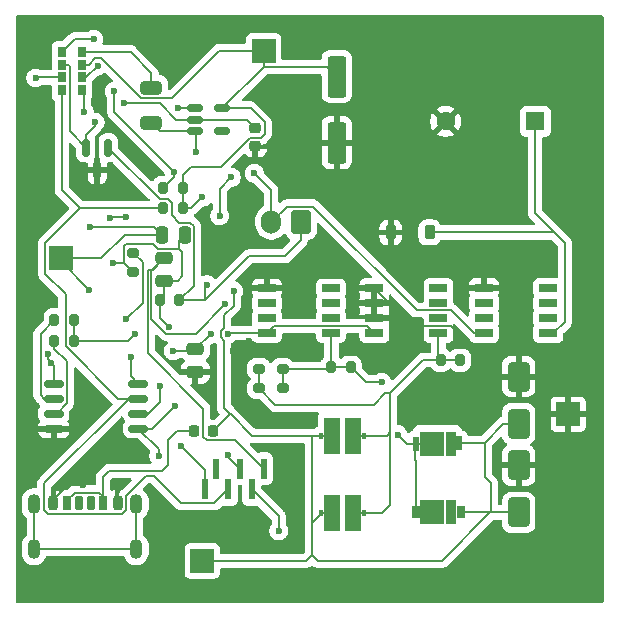
<source format=gbr>
%TF.GenerationSoftware,KiCad,Pcbnew,9.0.0*%
%TF.CreationDate,2025-03-05T18:06:52-05:00*%
%TF.ProjectId,LumiGuard,4c756d69-4775-4617-9264-2e6b69636164,Ing.IsmelArab*%
%TF.SameCoordinates,Original*%
%TF.FileFunction,Copper,L1,Top*%
%TF.FilePolarity,Positive*%
%FSLAX46Y46*%
G04 Gerber Fmt 4.6, Leading zero omitted, Abs format (unit mm)*
G04 Created by KiCad (PCBNEW 9.0.0) date 2025-03-05 18:06:52*
%MOMM*%
%LPD*%
G01*
G04 APERTURE LIST*
G04 Aperture macros list*
%AMRoundRect*
0 Rectangle with rounded corners*
0 $1 Rounding radius*
0 $2 $3 $4 $5 $6 $7 $8 $9 X,Y pos of 4 corners*
0 Add a 4 corners polygon primitive as box body*
4,1,4,$2,$3,$4,$5,$6,$7,$8,$9,$2,$3,0*
0 Add four circle primitives for the rounded corners*
1,1,$1+$1,$2,$3*
1,1,$1+$1,$4,$5*
1,1,$1+$1,$6,$7*
1,1,$1+$1,$8,$9*
0 Add four rect primitives between the rounded corners*
20,1,$1+$1,$2,$3,$4,$5,0*
20,1,$1+$1,$4,$5,$6,$7,0*
20,1,$1+$1,$6,$7,$8,$9,0*
20,1,$1+$1,$8,$9,$2,$3,0*%
G04 Aperture macros list end*
%TA.AperFunction,SMDPad,CuDef*%
%ADD10RoundRect,0.250000X-0.475000X0.250000X-0.475000X-0.250000X0.475000X-0.250000X0.475000X0.250000X0*%
%TD*%
%TA.AperFunction,SMDPad,CuDef*%
%ADD11R,2.000000X2.000000*%
%TD*%
%TA.AperFunction,SMDPad,CuDef*%
%ADD12RoundRect,0.200000X0.200000X0.275000X-0.200000X0.275000X-0.200000X-0.275000X0.200000X-0.275000X0*%
%TD*%
%TA.AperFunction,SMDPad,CuDef*%
%ADD13RoundRect,0.218750X-0.218750X-0.256250X0.218750X-0.256250X0.218750X0.256250X-0.218750X0.256250X0*%
%TD*%
%TA.AperFunction,SMDPad,CuDef*%
%ADD14RoundRect,0.200000X-0.200000X-0.275000X0.200000X-0.275000X0.200000X0.275000X-0.200000X0.275000X0*%
%TD*%
%TA.AperFunction,SMDPad,CuDef*%
%ADD15RoundRect,0.150000X-0.150000X0.587500X-0.150000X-0.587500X0.150000X-0.587500X0.150000X0.587500X0*%
%TD*%
%TA.AperFunction,SMDPad,CuDef*%
%ADD16RoundRect,0.218750X-0.256250X0.218750X-0.256250X-0.218750X0.256250X-0.218750X0.256250X0.218750X0*%
%TD*%
%TA.AperFunction,SMDPad,CuDef*%
%ADD17RoundRect,0.225000X-0.225000X-0.375000X0.225000X-0.375000X0.225000X0.375000X-0.225000X0.375000X0*%
%TD*%
%TA.AperFunction,SMDPad,CuDef*%
%ADD18RoundRect,0.175000X-0.175000X-0.425000X0.175000X-0.425000X0.175000X0.425000X-0.175000X0.425000X0*%
%TD*%
%TA.AperFunction,SMDPad,CuDef*%
%ADD19RoundRect,0.190000X0.190000X0.410000X-0.190000X0.410000X-0.190000X-0.410000X0.190000X-0.410000X0*%
%TD*%
%TA.AperFunction,SMDPad,CuDef*%
%ADD20RoundRect,0.200000X0.200000X0.400000X-0.200000X0.400000X-0.200000X-0.400000X0.200000X-0.400000X0*%
%TD*%
%TA.AperFunction,SMDPad,CuDef*%
%ADD21RoundRect,0.175000X0.175000X0.425000X-0.175000X0.425000X-0.175000X-0.425000X0.175000X-0.425000X0*%
%TD*%
%TA.AperFunction,SMDPad,CuDef*%
%ADD22RoundRect,0.190000X-0.190000X-0.410000X0.190000X-0.410000X0.190000X0.410000X-0.190000X0.410000X0*%
%TD*%
%TA.AperFunction,SMDPad,CuDef*%
%ADD23RoundRect,0.200000X-0.200000X-0.400000X0.200000X-0.400000X0.200000X0.400000X-0.200000X0.400000X0*%
%TD*%
%TA.AperFunction,HeatsinkPad*%
%ADD24O,1.100000X1.700000*%
%TD*%
%TA.AperFunction,SMDPad,CuDef*%
%ADD25RoundRect,0.162500X-0.650000X-0.162500X0.650000X-0.162500X0.650000X0.162500X-0.650000X0.162500X0*%
%TD*%
%TA.AperFunction,SMDPad,CuDef*%
%ADD26R,1.525000X0.650000*%
%TD*%
%TA.AperFunction,SMDPad,CuDef*%
%ADD27R,2.120000X2.100000*%
%TD*%
%TA.AperFunction,SMDPad,CuDef*%
%ADD28R,0.920000X2.100000*%
%TD*%
%TA.AperFunction,SMDPad,CuDef*%
%ADD29R,0.700000X1.122500*%
%TD*%
%TA.AperFunction,SMDPad,CuDef*%
%ADD30R,0.760000X1.135000*%
%TD*%
%TA.AperFunction,SMDPad,CuDef*%
%ADD31RoundRect,0.250000X-0.650000X0.325000X-0.650000X-0.325000X0.650000X-0.325000X0.650000X0.325000X0*%
%TD*%
%TA.AperFunction,SMDPad,CuDef*%
%ADD32RoundRect,0.200000X0.275000X-0.200000X0.275000X0.200000X-0.275000X0.200000X-0.275000X-0.200000X0*%
%TD*%
%TA.AperFunction,SMDPad,CuDef*%
%ADD33R,0.600000X1.750000*%
%TD*%
%TA.AperFunction,SMDPad,CuDef*%
%ADD34RoundRect,0.250000X-0.650000X1.000000X-0.650000X-1.000000X0.650000X-1.000000X0.650000X1.000000X0*%
%TD*%
%TA.AperFunction,ComponentPad*%
%ADD35RoundRect,0.250000X0.600000X0.750000X-0.600000X0.750000X-0.600000X-0.750000X0.600000X-0.750000X0*%
%TD*%
%TA.AperFunction,ComponentPad*%
%ADD36O,1.700000X2.000000*%
%TD*%
%TA.AperFunction,SMDPad,CuDef*%
%ADD37R,0.725000X0.900000*%
%TD*%
%TA.AperFunction,SMDPad,CuDef*%
%ADD38R,1.325000X3.150000*%
%TD*%
%TA.AperFunction,SMDPad,CuDef*%
%ADD39R,0.450000X0.500000*%
%TD*%
%TA.AperFunction,SMDPad,CuDef*%
%ADD40R,0.500000X1.150000*%
%TD*%
%TA.AperFunction,SMDPad,CuDef*%
%ADD41RoundRect,0.250000X0.475000X-0.250000X0.475000X0.250000X-0.475000X0.250000X-0.475000X-0.250000X0*%
%TD*%
%TA.AperFunction,ComponentPad*%
%ADD42R,1.600000X1.600000*%
%TD*%
%TA.AperFunction,ComponentPad*%
%ADD43C,1.600000*%
%TD*%
%TA.AperFunction,SMDPad,CuDef*%
%ADD44RoundRect,0.250000X-0.250000X-0.475000X0.250000X-0.475000X0.250000X0.475000X-0.250000X0.475000X0*%
%TD*%
%TA.AperFunction,SMDPad,CuDef*%
%ADD45RoundRect,0.150000X-0.512500X-0.150000X0.512500X-0.150000X0.512500X0.150000X-0.512500X0.150000X0*%
%TD*%
%TA.AperFunction,SMDPad,CuDef*%
%ADD46RoundRect,0.200000X-0.275000X0.200000X-0.275000X-0.200000X0.275000X-0.200000X0.275000X0.200000X0*%
%TD*%
%TA.AperFunction,SMDPad,CuDef*%
%ADD47RoundRect,0.250000X-0.550000X1.500000X-0.550000X-1.500000X0.550000X-1.500000X0.550000X1.500000X0*%
%TD*%
%TA.AperFunction,ViaPad*%
%ADD48C,0.600000*%
%TD*%
%TA.AperFunction,Conductor*%
%ADD49C,0.200000*%
%TD*%
G04 APERTURE END LIST*
D10*
%TO.P,C7,1*%
%TO.N,AGND*%
X127400000Y-108400000D03*
%TO.P,C7,2*%
%TO.N,PW3.3V*%
X127400000Y-110300000D03*
%TD*%
D11*
%TO.P,TP4,1,1*%
%TO.N,AGND*%
X118600000Y-108400000D03*
%TD*%
D12*
%TO.P,R9,1*%
%TO.N,DLedB*%
X143188000Y-117600000D03*
%TO.P,R9,2*%
X141538000Y-117600000D03*
%TD*%
D13*
%TO.P,FB1,1*%
%TO.N,PW5V_1*%
X129938000Y-123020000D03*
%TO.P,FB1,2*%
%TO.N,PW5V*%
X131513000Y-123020000D03*
%TD*%
D14*
%TO.P,R5,1*%
%TO.N,Uc(SCK(SCKL))*%
X127300000Y-104150000D03*
%TO.P,R5,2*%
%TO.N,PW3.3V*%
X128950000Y-104150000D03*
%TD*%
D15*
%TO.P,D2,1,A*%
%TO.N,Uc(MISO)*%
X122650000Y-99025000D03*
%TO.P,D2,2,K*%
%TO.N,INT{slash}GMofetBuzzer*%
X120750000Y-99025000D03*
%TO.P,D2,3,COM*%
%TO.N,DGND*%
X121700000Y-100900000D03*
%TD*%
D16*
%TO.P,L2,1*%
%TO.N,AGND*%
X135100000Y-97325000D03*
%TO.P,L2,2*%
%TO.N,DGND*%
X135100000Y-98900000D03*
%TD*%
D12*
%TO.P,R13,1*%
%TO.N,Uc(MISO)*%
X128650000Y-111950000D03*
%TO.P,R13,2*%
%TO.N,PW3.3V*%
X127000000Y-111950000D03*
%TD*%
D17*
%TO.P,D1,1,K*%
%TO.N,DGND*%
X146550000Y-106200000D03*
%TO.P,D1,2,A*%
%TO.N,Buzzer*%
X149850000Y-106200000D03*
%TD*%
D18*
%TO.P,J2,A5,CC1*%
%TO.N,unconnected-(J2-CC1-PadA5)*%
X120180000Y-129120000D03*
D19*
%TO.P,J2,A9,VBUS*%
%TO.N,PW5V_1*%
X122200000Y-129120000D03*
D20*
%TO.P,J2,A12,GND*%
%TO.N,DGND*%
X123430000Y-129120000D03*
D21*
%TO.P,J2,B5,CC2*%
%TO.N,unconnected-(J2-CC2-PadB5)*%
X121180000Y-129120000D03*
D22*
%TO.P,J2,B9,VBUS*%
%TO.N,PW5V_1*%
X119160000Y-129120000D03*
D23*
%TO.P,J2,B12,GND*%
%TO.N,DGND*%
X117930000Y-129120000D03*
D24*
%TO.P,J2,S1,SHIELD*%
%TO.N,unconnected-(J2-SHIELD-PadS1)*%
X116360000Y-129200000D03*
X116360000Y-133000000D03*
X125000000Y-129200000D03*
X125000000Y-133000000D03*
%TD*%
D25*
%TO.P,U3,1,~{RESET}/PB5*%
%TO.N,Uc(ResetUSBasp)*%
X118025000Y-118990000D03*
%TO.P,U3,2,XTAL1/PB3*%
%TO.N,Uc(control led blancos)*%
X118025000Y-120260000D03*
%TO.P,U3,3,XTAL2/PB4*%
%TO.N,Uc(control led UV)*%
X118025000Y-121530000D03*
%TO.P,U3,4,GND*%
%TO.N,DGND*%
X118025000Y-122800000D03*
%TO.P,U3,5,AREF/PB0*%
%TO.N,Uc(MOSI (SDAT))*%
X125200000Y-122800000D03*
%TO.P,U3,6,PB1*%
%TO.N,Uc(MISO)*%
X125200000Y-121530000D03*
%TO.P,U3,7,PB2*%
%TO.N,Uc(SCK(SCKL))*%
X125200000Y-120260000D03*
%TO.P,U3,8,VCC*%
%TO.N,PW3.3V*%
X125200000Y-118990000D03*
%TD*%
D26*
%TO.P,Q3,1,S_1*%
%TO.N,DGND*%
X154476000Y-110900000D03*
%TO.P,Q3,2,S_2*%
%TO.N,unconnected-(Q3-S_2-Pad2)*%
X154476000Y-112170000D03*
%TO.P,Q3,3,S_3*%
%TO.N,unconnected-(Q3-S_3-Pad3)*%
X154476000Y-113440000D03*
%TO.P,Q3,4,G*%
%TO.N,INT{slash}GMofetBuzzer*%
X154476000Y-114710000D03*
%TO.P,Q3,5,D_1*%
%TO.N,Buzzer*%
X159900000Y-114710000D03*
%TO.P,Q3,6,D_2*%
%TO.N,unconnected-(Q3-D_2-Pad6)*%
X159900000Y-113440000D03*
%TO.P,Q3,7,D_3*%
%TO.N,unconnected-(Q3-D_3-Pad7)*%
X159900000Y-112170000D03*
%TO.P,Q3,8,D_4*%
%TO.N,unconnected-(Q3-D_4-Pad8)*%
X159900000Y-110900000D03*
%TD*%
D27*
%TO.P,LED4,1,K_1*%
%TO.N,DLedB*%
X150085500Y-129900000D03*
D28*
%TO.P,LED4,2,A_1*%
%TO.N,PW5V*%
X151685500Y-129900000D03*
D29*
%TO.P,LED4,3,K_2*%
%TO.N,DLedB*%
X148695500Y-129868750D03*
D30*
%TO.P,LED4,4,A_2*%
%TO.N,PW5V*%
X152495500Y-129850000D03*
%TD*%
D12*
%TO.P,R7,1*%
%TO.N,/Uc*%
X119725000Y-115350000D03*
%TO.P,R7,2*%
%TO.N,Uc(control led UV)*%
X118075000Y-115350000D03*
%TD*%
D31*
%TO.P,C8,1*%
%TO.N,Net-(IC1-ANODE)*%
X126300000Y-93950000D03*
%TO.P,C8,2*%
%TO.N,PW5V*%
X126300000Y-96900000D03*
%TD*%
D32*
%TO.P,R12,1*%
%TO.N,DLedUV*%
X135400000Y-119400000D03*
%TO.P,R12,2*%
X135400000Y-117750000D03*
%TD*%
D12*
%TO.P,R6,1*%
%TO.N,/Uc*%
X119725000Y-113600000D03*
%TO.P,R6,2*%
%TO.N,Uc(control led blancos)*%
X118075000Y-113600000D03*
%TD*%
D33*
%TO.P,SPI1,1,1*%
%TO.N,Uc(MISO)*%
X130800000Y-127950000D03*
%TO.P,SPI1,2,2*%
%TO.N,unconnected-(SPI1-Pad2)*%
X131800000Y-126200000D03*
%TO.P,SPI1,3,3*%
%TO.N,Uc(SCK(SCKL))*%
X132800000Y-127950000D03*
%TO.P,SPI1,4,4*%
%TO.N,Uc(MOSI (SDAT))*%
X133800000Y-126200000D03*
%TO.P,SPI1,5,5*%
%TO.N,Uc(ResetUSBasp)*%
X134800000Y-127950000D03*
%TO.P,SPI1,6,6*%
%TO.N,AGND*%
X135800000Y-126200000D03*
%TD*%
D12*
%TO.P,R8,1*%
%TO.N,DLedUV*%
X152425000Y-117000000D03*
%TO.P,R8,2*%
X150775000Y-117000000D03*
%TD*%
D26*
%TO.P,Q1,1,S_1*%
%TO.N,DGND*%
X136076000Y-110930000D03*
%TO.P,Q1,2,S_2*%
%TO.N,unconnected-(Q1-S_2-Pad2)*%
X136076000Y-112200000D03*
%TO.P,Q1,3,S_3*%
%TO.N,unconnected-(Q1-S_3-Pad3)*%
X136076000Y-113470000D03*
%TO.P,Q1,4,G*%
%TO.N,/Uc*%
X136076000Y-114740000D03*
%TO.P,Q1,5,D_1*%
%TO.N,DLedB*%
X141500000Y-114740000D03*
%TO.P,Q1,6,D_2*%
%TO.N,unconnected-(Q1-D_2-Pad6)*%
X141500000Y-113470000D03*
%TO.P,Q1,7,D_3*%
%TO.N,unconnected-(Q1-D_3-Pad7)*%
X141500000Y-112200000D03*
%TO.P,Q1,8,D_4*%
%TO.N,unconnected-(Q1-D_4-Pad8)*%
X141500000Y-110930000D03*
%TD*%
D34*
%TO.P,D6,1,A1*%
%TO.N,DGND*%
X157400500Y-125900000D03*
%TO.P,D6,2,A2*%
%TO.N,PW5V*%
X157400500Y-129900000D03*
%TD*%
D35*
%TO.P,J1,1,Pin_1*%
%TO.N,Uc(MISO)*%
X138950000Y-105300000D03*
D36*
%TO.P,J1,2,Pin_2*%
%TO.N,INT{slash}GMofetBuzzer*%
X136450000Y-105300000D03*
%TD*%
D11*
%TO.P,TP3,1,1*%
%TO.N,DGND*%
X161600000Y-121600000D03*
%TD*%
D37*
%TO.P,IC1,1,GND*%
%TO.N,AGND*%
X120400000Y-94150000D03*
%TO.P,IC1,2,CATHODE_(SENSOR)*%
%TO.N,Net-(IC1-CATHODE_(LED))*%
X120400000Y-93075000D03*
%TO.P,IC1,3,VDD*%
%TO.N,PW3.3V*%
X120400000Y-92000000D03*
%TO.P,IC1,4,ANODE*%
%TO.N,Net-(IC1-ANODE)*%
X120400000Y-90926000D03*
%TO.P,IC1,5,CATHODE_(LED)*%
%TO.N,Net-(IC1-CATHODE_(LED))*%
X118700000Y-90926000D03*
%TO.P,IC1,6,INT*%
%TO.N,INT{slash}GMofetBuzzer*%
X118700000Y-92000000D03*
%TO.P,IC1,7,SDAT*%
%TO.N,Uc(MOSI (SDAT))*%
X118700000Y-93075000D03*
%TO.P,IC1,8,SCLK*%
%TO.N,Uc(SCK(SCKL))*%
X118700000Y-94150000D03*
%TD*%
D38*
%TO.P,LED6,1,A_1*%
%TO.N,PW5V*%
X141576000Y-129950000D03*
%TO.P,LED6,2,K_1*%
%TO.N,DLedUV*%
X143400000Y-129950000D03*
D39*
%TO.P,LED6,3,A_2*%
%TO.N,PW5V*%
X140688000Y-129950000D03*
%TO.P,LED6,4,K_2*%
%TO.N,DLedUV*%
X144288000Y-129950000D03*
%TD*%
D26*
%TO.P,Q2,1,S_1*%
%TO.N,DGND*%
X145176000Y-110900000D03*
%TO.P,Q2,2,S_2*%
X145176000Y-112170000D03*
%TO.P,Q2,3,S_3*%
X145176000Y-113440000D03*
%TO.P,Q2,4,G*%
%TO.N,/Uc*%
X145176000Y-114710000D03*
%TO.P,Q2,5,D_1*%
%TO.N,DLedUV*%
X150600000Y-114710000D03*
%TO.P,Q2,6,D_2*%
%TO.N,unconnected-(Q2-D_2-Pad6)*%
X150600000Y-113440000D03*
%TO.P,Q2,7,D_3*%
%TO.N,unconnected-(Q2-D_3-Pad7)*%
X150600000Y-112170000D03*
%TO.P,Q2,8,D_4*%
%TO.N,unconnected-(Q2-D_4-Pad8)*%
X150600000Y-110900000D03*
%TD*%
D27*
%TO.P,LED2,1,K_1*%
%TO.N,DLedB*%
X150015500Y-124080000D03*
D28*
%TO.P,LED2,2,A_1*%
%TO.N,PW5V*%
X151645500Y-124080000D03*
D40*
%TO.P,LED2,3,K_2*%
%TO.N,DLedB*%
X148688000Y-124090000D03*
%TO.P,LED2,4,A_2*%
%TO.N,PW5V*%
X152335500Y-124060000D03*
%TD*%
D32*
%TO.P,R11,1*%
%TO.N,DLedB*%
X137400000Y-119400000D03*
%TO.P,R11,2*%
X137400000Y-117750000D03*
%TD*%
D41*
%TO.P,C9,1*%
%TO.N,DGND*%
X130000000Y-118000000D03*
%TO.P,C9,2*%
%TO.N,Uc(MISO)*%
X130000000Y-116100000D03*
%TD*%
D38*
%TO.P,LED3,1,A_1*%
%TO.N,PW5V*%
X141576000Y-123400000D03*
%TO.P,LED3,2,K_1*%
%TO.N,DLedUV*%
X143400000Y-123400000D03*
D39*
%TO.P,LED3,3,A_2*%
%TO.N,PW5V*%
X140688000Y-123400000D03*
%TO.P,LED3,4,K_2*%
%TO.N,DLedUV*%
X144288000Y-123400000D03*
%TD*%
D42*
%TO.P,BZ1,1,+*%
%TO.N,Buzzer*%
X158800000Y-96800000D03*
D43*
%TO.P,BZ1,2,-*%
%TO.N,DGND*%
X151200000Y-96800000D03*
%TD*%
D11*
%TO.P,TP2,1,1*%
%TO.N,PW3.3V*%
X135800000Y-90800000D03*
%TD*%
D14*
%TO.P,R4,1*%
%TO.N,Uc(MOSI (SDAT))*%
X127300000Y-102400000D03*
%TO.P,R4,2*%
%TO.N,PW3.3V*%
X128950000Y-102400000D03*
%TD*%
D11*
%TO.P,TP1,1,1*%
%TO.N,PW5V*%
X130600000Y-134000000D03*
%TD*%
D44*
%TO.P,C5,1*%
%TO.N,AGND*%
X127200000Y-106400000D03*
%TO.P,C5,2*%
%TO.N,PW3.3V*%
X129100000Y-106400000D03*
%TD*%
D45*
%TO.P,U1,1,VIN*%
%TO.N,PW5V*%
X130025000Y-95700000D03*
%TO.P,U1,2,GND*%
%TO.N,AGND*%
X130025000Y-96650000D03*
%TO.P,U1,3,EN*%
%TO.N,PW5V*%
X130025000Y-97600000D03*
%TO.P,U1,4,NC*%
%TO.N,unconnected-(U1-NC-Pad4)*%
X132300000Y-97600000D03*
%TO.P,U1,5,VOUT*%
%TO.N,PW3.3V*%
X132300000Y-95700000D03*
%TD*%
D46*
%TO.P,R10,1*%
%TO.N,Uc(ResetUSBasp)*%
X124750000Y-107900000D03*
%TO.P,R10,2*%
%TO.N,PW3.3V*%
X124750000Y-109550000D03*
%TD*%
D47*
%TO.P,C1,1*%
%TO.N,PW3.3V*%
X142000000Y-93000000D03*
%TO.P,C1,2*%
%TO.N,DGND*%
X142000000Y-98600000D03*
%TD*%
D34*
%TO.P,D5,1,A1*%
%TO.N,DGND*%
X157400000Y-118400000D03*
%TO.P,D5,2,A2*%
%TO.N,PW5V*%
X157400000Y-122400000D03*
%TD*%
D48*
%TO.N,DGND*%
X120490000Y-127540000D03*
X131500000Y-117230000D03*
X134550000Y-113800000D03*
X123460000Y-127520000D03*
X134580000Y-115400000D03*
X123040000Y-89810000D03*
X133210000Y-116220000D03*
X121960000Y-93320000D03*
X118070000Y-124450000D03*
%TO.N,PW3.3V*%
X127770000Y-114170000D03*
X122780000Y-104950000D03*
X130620000Y-103220000D03*
X124170000Y-104870000D03*
X124550000Y-116770000D03*
X123070000Y-108810000D03*
%TO.N,AGND*%
X123980000Y-95240000D03*
X120600000Y-95970000D03*
X132520000Y-112280000D03*
X121130000Y-105750000D03*
X121050000Y-111060000D03*
%TO.N,PW5V*%
X133260000Y-111140000D03*
X128540000Y-95630000D03*
X130030000Y-99370000D03*
X132070000Y-104780000D03*
X133050000Y-101530000D03*
%TO.N,Uc(MISO)*%
X128800000Y-124290000D03*
X128130000Y-116230000D03*
X131020000Y-110630000D03*
X127030000Y-119230000D03*
X131350000Y-114800000D03*
%TO.N,INT{slash}GMofetBuzzer*%
X121530000Y-96870000D03*
X135010000Y-101180000D03*
%TO.N,Uc(MOSI (SDAT))*%
X123150000Y-94230000D03*
X126910000Y-125100000D03*
X128280000Y-120900000D03*
X132780000Y-125060000D03*
X116490000Y-93120000D03*
X128200000Y-101080000D03*
%TO.N,Net-(IC1-CATHODE_(LED))*%
X121740000Y-92110000D03*
X121420000Y-89840000D03*
%TO.N,DLedB*%
X147140000Y-123310000D03*
X145810000Y-118870000D03*
%TO.N,/Uc*%
X132750000Y-114820000D03*
X124910000Y-114770000D03*
%TO.N,Uc(ResetUSBasp)*%
X137080000Y-131460000D03*
X117780000Y-117210000D03*
X117511500Y-116480000D03*
X124140000Y-113560000D03*
%TD*%
D49*
%TO.N,Buzzer*%
X158800000Y-104590000D02*
X160410000Y-106200000D01*
X158800000Y-96800000D02*
X158800000Y-104590000D01*
X161300000Y-113747500D02*
X160337500Y-114710000D01*
X161300000Y-107090000D02*
X161300000Y-113747500D01*
X160410000Y-106200000D02*
X161300000Y-107090000D01*
X160337500Y-114710000D02*
X159900000Y-114710000D01*
X149850000Y-106200000D02*
X160410000Y-106200000D01*
%TO.N,DGND*%
X133210000Y-116220000D02*
X133760000Y-116220000D01*
X123460000Y-129090000D02*
X123430000Y-129120000D01*
X133760000Y-116220000D02*
X134580000Y-115400000D01*
X155979500Y-118400000D02*
X157400000Y-118400000D01*
X134550000Y-113800000D02*
X134430000Y-113920000D01*
X145176000Y-110900000D02*
X148360000Y-114084000D01*
X148360000Y-114084000D02*
X151663500Y-114084000D01*
X121970000Y-93320000D02*
X121960000Y-93320000D01*
X117930000Y-128810000D02*
X119200000Y-127540000D01*
X123460000Y-127520000D02*
X123460000Y-129090000D01*
X118070000Y-122845000D02*
X118025000Y-122800000D01*
X117930000Y-129120000D02*
X117930000Y-128810000D01*
X118070000Y-124450000D02*
X118070000Y-122845000D01*
X151663500Y-114084000D02*
X155979500Y-118400000D01*
X119200000Y-127540000D02*
X120490000Y-127540000D01*
%TO.N,PW3.3V*%
X124550000Y-118340000D02*
X124550000Y-116770000D01*
X124226000Y-104926000D02*
X124170000Y-104870000D01*
X128950000Y-101290000D02*
X128950000Y-102400000D01*
X128920000Y-107860000D02*
X128920000Y-109900000D01*
X124150000Y-107150000D02*
X126438840Y-107150000D01*
X127400000Y-111550000D02*
X127000000Y-111950000D01*
X130620000Y-103220000D02*
X130560000Y-103220000D01*
X128659000Y-106841000D02*
X129100000Y-106400000D01*
X128920000Y-109900000D02*
X128520000Y-110300000D01*
X127770000Y-114170000D02*
X127000000Y-113400000D01*
X121000057Y-92000000D02*
X121536507Y-91463550D01*
X127000000Y-113400000D02*
X127000000Y-111950000D01*
X135577600Y-98161500D02*
X134622400Y-98161500D01*
X127400000Y-110300000D02*
X127400000Y-111550000D01*
X124750000Y-109550000D02*
X123974000Y-108774000D01*
X126887840Y-107599000D02*
X128659000Y-107599000D01*
X120400000Y-92000000D02*
X121000057Y-92000000D01*
X134622400Y-98161500D02*
X132163900Y-100620000D01*
X135876000Y-96884900D02*
X135876000Y-97863100D01*
X135800000Y-92200000D02*
X135800000Y-90800000D01*
X129630000Y-104150000D02*
X128950000Y-104150000D01*
X126438840Y-107150000D02*
X126887840Y-107599000D01*
X128520000Y-110300000D02*
X127400000Y-110300000D01*
X122052390Y-91463550D02*
X125414840Y-94826000D01*
X125200000Y-118990000D02*
X124550000Y-118340000D01*
X132300000Y-95700000D02*
X135800000Y-92200000D01*
X142000000Y-93000000D02*
X141200000Y-92200000D01*
X132050000Y-90800000D02*
X135800000Y-90800000D01*
X123938000Y-108810000D02*
X123974000Y-108774000D01*
X125414840Y-94826000D02*
X128024000Y-94826000D01*
X123070000Y-108810000D02*
X123938000Y-108810000D01*
X128659000Y-107599000D02*
X128659000Y-106841000D01*
X134691100Y-95700000D02*
X135876000Y-96884900D01*
X123974000Y-108774000D02*
X123974000Y-107326000D01*
X128659000Y-107599000D02*
X128920000Y-107860000D01*
X128711160Y-106400000D02*
X129100000Y-106400000D01*
X129620000Y-100620000D02*
X128950000Y-101290000D01*
X128024000Y-94826000D02*
X132050000Y-90800000D01*
X122860000Y-104870000D02*
X122780000Y-104950000D01*
X132163900Y-100620000D02*
X129620000Y-100620000D01*
X128950000Y-102400000D02*
X128950000Y-104150000D01*
X121536507Y-91463550D02*
X122052390Y-91463550D01*
X124170000Y-104870000D02*
X122860000Y-104870000D01*
X130560000Y-103220000D02*
X129630000Y-104150000D01*
X141200000Y-92200000D02*
X135800000Y-92200000D01*
X132300000Y-95700000D02*
X134691100Y-95700000D01*
X123974000Y-107326000D02*
X124150000Y-107150000D01*
X135876000Y-97863100D02*
X135577600Y-98161500D01*
%TO.N,AGND*%
X125970000Y-109380000D02*
X125980000Y-109370000D01*
X135800000Y-126200000D02*
X133396000Y-123796000D01*
X125980000Y-109370000D02*
X126430000Y-109370000D01*
X130029000Y-114771000D02*
X132520000Y-112280000D01*
X126430000Y-109370000D02*
X127400000Y-108400000D01*
X122050000Y-108400000D02*
X124050000Y-106400000D01*
X118600000Y-108400000D02*
X122050000Y-108400000D01*
X126299000Y-113548943D02*
X127521057Y-114771000D01*
X133396000Y-123796000D02*
X130974900Y-123796000D01*
X127200000Y-106400000D02*
X126550000Y-105750000D01*
X126299000Y-109501000D02*
X126299000Y-113548943D01*
X130025000Y-96650000D02*
X128407900Y-96650000D01*
X118600000Y-108610000D02*
X118600000Y-108400000D01*
X127521057Y-114771000D02*
X130029000Y-114771000D01*
X128407900Y-96650000D02*
X126997900Y-95240000D01*
X130025000Y-96650000D02*
X134425000Y-96650000D01*
X127400000Y-108400000D02*
X126299000Y-109501000D01*
X134425000Y-96650000D02*
X135100000Y-97325000D01*
X120600000Y-95970000D02*
X120600000Y-94350000D01*
X126550000Y-105750000D02*
X121130000Y-105750000D01*
X130974900Y-123796000D02*
X130676500Y-123497600D01*
X126997900Y-95240000D02*
X123980000Y-95240000D01*
X121050000Y-111060000D02*
X118600000Y-108610000D01*
X125970000Y-116400000D02*
X125970000Y-109380000D01*
X130676500Y-123497600D02*
X130676500Y-121106500D01*
X130676500Y-121106500D02*
X125970000Y-116400000D01*
X124050000Y-106400000D02*
X127200000Y-106400000D01*
%TO.N,PW5V*%
X154950000Y-129850000D02*
X152495500Y-129850000D01*
X139900000Y-123400000D02*
X141576000Y-123400000D01*
X132933000Y-121533000D02*
X132440000Y-121040000D01*
X155000000Y-129900000D02*
X150900000Y-134000000D01*
X140400000Y-134000000D02*
X139900000Y-133500000D01*
X132149000Y-115068943D02*
X132149000Y-114571057D01*
X132070000Y-104780000D02*
X132070000Y-102510000D01*
X132440000Y-121040000D02*
X132440000Y-115359943D01*
X156100000Y-122400000D02*
X154500000Y-124000000D01*
X139900000Y-130800000D02*
X140750000Y-129950000D01*
X155000000Y-129900000D02*
X155040000Y-129860000D01*
X132070000Y-102510000D02*
X133050000Y-101530000D01*
X155000000Y-129900000D02*
X154950000Y-129850000D01*
X157400500Y-129900000D02*
X155080000Y-129900000D01*
X150900000Y-134000000D02*
X140400000Y-134000000D01*
X132440000Y-115359943D02*
X132149000Y-115068943D01*
X132933000Y-121600000D02*
X131513000Y-123020000D01*
X155080000Y-129900000D02*
X155040000Y-129860000D01*
X139400000Y-134000000D02*
X139900000Y-133500000D01*
X155040000Y-129860000D02*
X155040000Y-127440000D01*
X130030000Y-97605000D02*
X130025000Y-97600000D01*
X133000000Y-121600000D02*
X134800000Y-123400000D01*
X155040000Y-127440000D02*
X154500000Y-126900000D01*
X133000000Y-121600000D02*
X132933000Y-121600000D01*
X140750000Y-129950000D02*
X141576000Y-129950000D01*
X130025000Y-95700000D02*
X128610000Y-95700000D01*
X132933000Y-121600000D02*
X132933000Y-121533000D01*
X140612500Y-130087500D02*
X140612500Y-129950000D01*
X157400000Y-122400000D02*
X156100000Y-122400000D01*
X128610000Y-95700000D02*
X128540000Y-95630000D01*
X132440000Y-114280057D02*
X132440000Y-113209943D01*
X134800000Y-123400000D02*
X139900000Y-123400000D01*
X127000000Y-97600000D02*
X126300000Y-96900000D01*
X130025000Y-97600000D02*
X127000000Y-97600000D01*
X130030000Y-99370000D02*
X130030000Y-97605000D01*
X139900000Y-133500000D02*
X139900000Y-130800000D01*
X139900000Y-130800000D02*
X139900000Y-123400000D01*
X152406500Y-124000000D02*
X152406500Y-124060000D01*
X154500000Y-126900000D02*
X154500000Y-124000000D01*
X133260000Y-112389943D02*
X133260000Y-111140000D01*
X132149000Y-114571057D02*
X132440000Y-114280057D01*
X130600000Y-134000000D02*
X139400000Y-134000000D01*
X154500000Y-124000000D02*
X152406500Y-124000000D01*
X132440000Y-113209943D02*
X133260000Y-112389943D01*
%TO.N,Net-(IC1-ANODE)*%
X126300000Y-92690000D02*
X126300000Y-93950000D01*
X124536000Y-90926000D02*
X126300000Y-92690000D01*
X120400000Y-90926000D02*
X124536000Y-90926000D01*
%TO.N,Uc(MISO)*%
X130800000Y-127950000D02*
X130800000Y-126290000D01*
X130800000Y-110850000D02*
X131020000Y-110630000D01*
X130800000Y-126290000D02*
X128800000Y-124290000D01*
X128001000Y-104760160D02*
X128614840Y-105374000D01*
X138950000Y-106840000D02*
X138950000Y-105300000D01*
X126999000Y-103374000D02*
X127713064Y-103374000D01*
X128614840Y-105374000D02*
X129585160Y-105374000D01*
X137570000Y-108220000D02*
X138950000Y-106840000D01*
X129585160Y-105374000D02*
X129901000Y-105689840D01*
X126012499Y-121530000D02*
X127030000Y-120512499D01*
X128650000Y-111950000D02*
X130800000Y-111950000D01*
X130800000Y-111950000D02*
X134530000Y-108220000D01*
X131300000Y-114800000D02*
X130000000Y-116100000D01*
X127030000Y-120512499D02*
X127030000Y-119230000D01*
X131350000Y-114800000D02*
X131300000Y-114800000D01*
X125200000Y-121530000D02*
X126012499Y-121530000D01*
X129901000Y-105689840D02*
X129901000Y-110699000D01*
X128130000Y-116230000D02*
X129870000Y-116230000D01*
X129870000Y-116230000D02*
X130000000Y-116100000D01*
X122650000Y-99025000D02*
X126999000Y-103374000D01*
X134530000Y-108220000D02*
X137570000Y-108220000D01*
X129901000Y-110699000D02*
X128650000Y-111950000D01*
X127713064Y-103374000D02*
X128001000Y-103661936D01*
X130800000Y-111950000D02*
X130800000Y-110850000D01*
X128001000Y-103661936D02*
X128001000Y-104760160D01*
%TO.N,INT{slash}GMofetBuzzer*%
X137751000Y-103999000D02*
X136450000Y-105300000D01*
X136450000Y-102620000D02*
X135010000Y-101180000D01*
X120750000Y-97950000D02*
X120750000Y-99025000D01*
X139964500Y-103999000D02*
X137751000Y-103999000D01*
X119363500Y-97638500D02*
X119363500Y-92101000D01*
X119363500Y-92101000D02*
X119262500Y-92000000D01*
X154476000Y-114710000D02*
X153577500Y-114710000D01*
X121530000Y-96870000D02*
X121530000Y-97170000D01*
X121530000Y-97170000D02*
X120750000Y-97950000D01*
X151663500Y-112796000D02*
X148761500Y-112796000D01*
X136450000Y-105300000D02*
X136450000Y-102620000D01*
X119262500Y-92000000D02*
X118700000Y-92000000D01*
X148761500Y-112796000D02*
X139964500Y-103999000D01*
X120750000Y-99025000D02*
X119363500Y-97638500D01*
X153577500Y-114710000D02*
X151663500Y-112796000D01*
%TO.N,PW5V_1*%
X127700000Y-123800000D02*
X128480000Y-123020000D01*
X122200000Y-129120000D02*
X122200000Y-126900000D01*
X127700000Y-125900000D02*
X127700000Y-123800000D01*
X122700000Y-126400000D02*
X127200000Y-126400000D01*
X121899000Y-128219000D02*
X119802986Y-128219000D01*
X127200000Y-126400000D02*
X127700000Y-125900000D01*
X119802986Y-128219000D02*
X119160000Y-128861986D01*
X122200000Y-129120000D02*
X122200000Y-128520000D01*
X119160000Y-128861986D02*
X119160000Y-129120000D01*
X122200000Y-128520000D02*
X121899000Y-128219000D01*
X122200000Y-126900000D02*
X122700000Y-126400000D01*
X128480000Y-123020000D02*
X129938000Y-123020000D01*
%TO.N,Uc(SCK(SCKL))*%
X124131000Y-128506936D02*
X124131000Y-129733064D01*
X120248000Y-104150000D02*
X127300000Y-104150000D01*
X117299000Y-107099000D02*
X120248000Y-104150000D01*
X123843064Y-130021000D02*
X117516936Y-130021000D01*
X118700000Y-102602000D02*
X120248000Y-104150000D01*
X124131000Y-129733064D02*
X123843064Y-130021000D01*
X128836000Y-129126000D02*
X126511000Y-126801000D01*
X126511000Y-126801000D02*
X125836936Y-126801000D01*
X117299000Y-109701000D02*
X117299000Y-107099000D01*
X131624000Y-129126000D02*
X128836000Y-129126000D01*
X117229000Y-129733064D02*
X117229000Y-127418501D01*
X117229000Y-127418501D02*
X124387501Y-120260000D01*
X119024000Y-111426000D02*
X117299000Y-109701000D01*
X125836936Y-126801000D02*
X124131000Y-128506936D01*
X132800000Y-127950000D02*
X131624000Y-129126000D01*
X125200000Y-120260000D02*
X123445936Y-120260000D01*
X119024000Y-115838064D02*
X119024000Y-111426000D01*
X118700000Y-94150000D02*
X118700000Y-102602000D01*
X117516936Y-130021000D02*
X117229000Y-129733064D01*
X123445936Y-120260000D02*
X119024000Y-115838064D01*
X124387501Y-120260000D02*
X125200000Y-120260000D01*
%TO.N,Uc(MOSI (SDAT))*%
X125200000Y-122800000D02*
X126380000Y-122800000D01*
X132780000Y-125060000D02*
X132780000Y-125180000D01*
X126910000Y-124510000D02*
X126910000Y-125100000D01*
X116490000Y-93120000D02*
X116535000Y-93075000D01*
X116535000Y-93075000D02*
X118700000Y-93075000D01*
X125200000Y-122800000D02*
X126910000Y-124510000D01*
X132780000Y-125180000D02*
X133800000Y-126200000D01*
X126380000Y-122800000D02*
X128280000Y-120900000D01*
X128200000Y-101080000D02*
X128200000Y-101500000D01*
X128200000Y-101080000D02*
X123150000Y-96030000D01*
X123150000Y-96030000D02*
X123150000Y-94230000D01*
X128200000Y-101500000D02*
X127300000Y-102400000D01*
%TO.N,Net-(IC1-CATHODE_(LED))*%
X119786000Y-89840000D02*
X121420000Y-89840000D01*
X118700000Y-90926000D02*
X119786000Y-89840000D01*
X121740000Y-92110000D02*
X120775000Y-93075000D01*
X120775000Y-93075000D02*
X120400000Y-93075000D01*
%TO.N,DLedB*%
X141538000Y-114778000D02*
X141500000Y-114740000D01*
X141538000Y-117600000D02*
X141538000Y-114778000D01*
X148654500Y-125431000D02*
X148654500Y-124090000D01*
X144780000Y-118900000D02*
X145780000Y-118900000D01*
X145780000Y-118900000D02*
X145810000Y-118870000D01*
X148675500Y-125431000D02*
X148654500Y-125431000D01*
X147140000Y-123310000D02*
X147910000Y-124080000D01*
X144488000Y-118900000D02*
X144780000Y-118900000D01*
X137400000Y-119400000D02*
X137400000Y-117750000D01*
X143188000Y-117600000D02*
X144488000Y-118900000D01*
X137400000Y-117750000D02*
X141388000Y-117750000D01*
X141538000Y-117600000D02*
X143188000Y-117600000D01*
X148675500Y-129860000D02*
X148675500Y-125431000D01*
X141388000Y-117750000D02*
X141538000Y-117600000D01*
X147910000Y-124080000D02*
X150015500Y-124080000D01*
%TO.N,DLedUV*%
X146500000Y-123100000D02*
X146500000Y-129300000D01*
X150600000Y-114710000D02*
X150600000Y-116825000D01*
X149300000Y-117000000D02*
X146500000Y-119800000D01*
X146500000Y-129300000D02*
X145850000Y-129950000D01*
X146500000Y-119900000D02*
X146500000Y-123100000D01*
X150775000Y-117000000D02*
X149300000Y-117000000D01*
X146500000Y-119800000D02*
X146100000Y-119800000D01*
X145850000Y-129950000D02*
X144363500Y-129950000D01*
X146500000Y-123100000D02*
X146200000Y-123400000D01*
X150600000Y-116825000D02*
X150775000Y-117000000D01*
X144288000Y-129950000D02*
X143400000Y-129950000D01*
X146200000Y-123400000D02*
X143400000Y-123400000D01*
X152425000Y-117000000D02*
X150775000Y-117000000D01*
X146100000Y-119800000D02*
X145100000Y-120800000D01*
X146500000Y-119800000D02*
X146500000Y-119900000D01*
X135400000Y-117750000D02*
X135400000Y-119400000D01*
X136800000Y-120800000D02*
X135400000Y-119400000D01*
X145100000Y-120800000D02*
X136800000Y-120800000D01*
%TO.N,/Uc*%
X132750000Y-114820000D02*
X132830000Y-114740000D01*
X144580000Y-114114000D02*
X145176000Y-114710000D01*
X132830000Y-114740000D02*
X136076000Y-114740000D01*
X136702000Y-114114000D02*
X144580000Y-114114000D01*
X119725000Y-115350000D02*
X124330000Y-115350000D01*
X136076000Y-114740000D02*
X136702000Y-114114000D01*
X124330000Y-115350000D02*
X124910000Y-114770000D01*
X119725000Y-113600000D02*
X119725000Y-115350000D01*
%TO.N,Uc(control led blancos)*%
X116911500Y-114763500D02*
X118075000Y-113600000D01*
X117212501Y-120260000D02*
X116911500Y-119958999D01*
X116911500Y-119958999D02*
X116911500Y-114763500D01*
X118025000Y-120260000D02*
X117212501Y-120260000D01*
%TO.N,Uc(control led UV)*%
X119138500Y-117118500D02*
X118075000Y-116055000D01*
X118025000Y-121530000D02*
X118260000Y-121530000D01*
X119138500Y-120651500D02*
X119138500Y-117118500D01*
X118260000Y-121530000D02*
X119138500Y-120651500D01*
X118075000Y-116055000D02*
X118075000Y-115350000D01*
%TO.N,Uc(ResetUSBasp)*%
X137080000Y-130230000D02*
X134800000Y-127950000D01*
X124750000Y-107900000D02*
X125569000Y-108719000D01*
X137080000Y-131460000D02*
X137080000Y-130230000D01*
X118025000Y-117455000D02*
X117780000Y-117210000D01*
X117511500Y-116941500D02*
X117780000Y-117210000D01*
X118025000Y-118990000D02*
X118025000Y-117455000D01*
X117511500Y-116480000D02*
X117511500Y-116941500D01*
X125569000Y-112131000D02*
X124140000Y-113560000D01*
X125569000Y-108719000D02*
X125569000Y-112131000D01*
%TO.N,unconnected-(J2-SHIELD-PadS1)*%
X125040000Y-132960000D02*
X125000000Y-133000000D01*
X116360000Y-133000000D02*
X116360000Y-129200000D01*
X125000000Y-129200000D02*
X125000000Y-133000000D01*
X125000000Y-133000000D02*
X116360000Y-133000000D01*
%TD*%
%TA.AperFunction,Conductor*%
%TO.N,DGND*%
G36*
X123829335Y-121769913D02*
G01*
X123885268Y-121811785D01*
X123904386Y-121849204D01*
X123940968Y-121966600D01*
X124022125Y-122100850D01*
X124039961Y-122168405D01*
X124022125Y-122229150D01*
X123940969Y-122363397D01*
X123893069Y-122517116D01*
X123887000Y-122583911D01*
X123887000Y-123016098D01*
X123893068Y-123082882D01*
X123893071Y-123082893D01*
X123940967Y-123236598D01*
X123940968Y-123236600D01*
X123940969Y-123236602D01*
X124015690Y-123360205D01*
X124024266Y-123374391D01*
X124138108Y-123488233D01*
X124138110Y-123488234D01*
X124138112Y-123488236D01*
X124275898Y-123571531D01*
X124429613Y-123619430D01*
X124496409Y-123625500D01*
X125124902Y-123625499D01*
X125191941Y-123645183D01*
X125212583Y-123661818D01*
X126162808Y-124612043D01*
X126196293Y-124673366D01*
X126191309Y-124743058D01*
X126189689Y-124747175D01*
X126140263Y-124866503D01*
X126140261Y-124866510D01*
X126109500Y-125021153D01*
X126109500Y-125178846D01*
X126140261Y-125333489D01*
X126140264Y-125333501D01*
X126200602Y-125479172D01*
X126200609Y-125479185D01*
X126285752Y-125606609D01*
X126306630Y-125673286D01*
X126288146Y-125740666D01*
X126236167Y-125787357D01*
X126182650Y-125799500D01*
X122786670Y-125799500D01*
X122786654Y-125799499D01*
X122779058Y-125799499D01*
X122620943Y-125799499D01*
X122569263Y-125813347D01*
X122468214Y-125840423D01*
X122468209Y-125840426D01*
X122331290Y-125919475D01*
X122331282Y-125919481D01*
X121824217Y-126426546D01*
X121824214Y-126426548D01*
X121824215Y-126426549D01*
X121719478Y-126531286D01*
X121669361Y-126618094D01*
X121669359Y-126618096D01*
X121640425Y-126668209D01*
X121640424Y-126668210D01*
X121635233Y-126687584D01*
X121599499Y-126820943D01*
X121599499Y-126820945D01*
X121599499Y-126989046D01*
X121599500Y-126989059D01*
X121599500Y-127494500D01*
X121579815Y-127561539D01*
X121527011Y-127607294D01*
X121475500Y-127618500D01*
X119889656Y-127618500D01*
X119889640Y-127618499D01*
X119882044Y-127618499D01*
X119723929Y-127618499D01*
X119647565Y-127638961D01*
X119571200Y-127659423D01*
X119571195Y-127659426D01*
X119434276Y-127738475D01*
X119434272Y-127738478D01*
X119189567Y-127983182D01*
X119128244Y-128016666D01*
X119101887Y-128019500D01*
X118914191Y-128019500D01*
X118844623Y-128025821D01*
X118844616Y-128025823D01*
X118684529Y-128075708D01*
X118684527Y-128075709D01*
X118615058Y-128117704D01*
X118547503Y-128135539D01*
X118486761Y-128117703D01*
X118419400Y-128076982D01*
X118419396Y-128076980D01*
X118257105Y-128026409D01*
X118257106Y-128026409D01*
X118186572Y-128020000D01*
X118180000Y-128020000D01*
X118180000Y-128996000D01*
X118177449Y-129004685D01*
X118178738Y-129013647D01*
X118167759Y-129037687D01*
X118160315Y-129063039D01*
X118153474Y-129068966D01*
X118149713Y-129077203D01*
X118127478Y-129091492D01*
X118107511Y-129108794D01*
X118096996Y-129111081D01*
X118090935Y-129114977D01*
X118056000Y-129120000D01*
X117953500Y-129120000D01*
X117886461Y-129100315D01*
X117840706Y-129047511D01*
X117829500Y-128996000D01*
X117829500Y-127718597D01*
X117849185Y-127651558D01*
X117865814Y-127630921D01*
X123698322Y-121798412D01*
X123759643Y-121764929D01*
X123829335Y-121769913D01*
G37*
%TD.AperFunction*%
%TA.AperFunction,Conductor*%
G36*
X124555878Y-127020185D02*
G01*
X124601633Y-127072989D01*
X124611577Y-127142147D01*
X124582552Y-127205703D01*
X124576520Y-127212181D01*
X123802924Y-127985775D01*
X123741601Y-128019260D01*
X123704025Y-128021586D01*
X123686565Y-128020000D01*
X123680000Y-128020000D01*
X123680000Y-128057656D01*
X123675526Y-128073799D01*
X123675990Y-128088936D01*
X123665241Y-128110920D01*
X123662317Y-128121474D01*
X123654945Y-128133754D01*
X123650480Y-128138220D01*
X123606044Y-128215186D01*
X123605539Y-128216060D01*
X123605522Y-128216089D01*
X123571424Y-128275149D01*
X123571423Y-128275151D01*
X123530499Y-128427879D01*
X123530499Y-128427881D01*
X123530499Y-128595982D01*
X123530500Y-128595995D01*
X123530500Y-128996000D01*
X123527949Y-129004685D01*
X123529238Y-129013647D01*
X123518259Y-129037687D01*
X123510815Y-129063039D01*
X123503974Y-129068966D01*
X123500213Y-129077203D01*
X123477978Y-129091492D01*
X123458011Y-129108794D01*
X123447496Y-129111081D01*
X123441435Y-129114977D01*
X123406500Y-129120000D01*
X123304000Y-129120000D01*
X123236961Y-129100315D01*
X123191206Y-129047511D01*
X123180000Y-128996000D01*
X123180000Y-128020000D01*
X123179999Y-128019999D01*
X123173436Y-128020000D01*
X123173417Y-128020001D01*
X123102897Y-128026408D01*
X123102892Y-128026409D01*
X122961391Y-128070503D01*
X122891530Y-128071655D01*
X122832138Y-128034854D01*
X122802070Y-127971785D01*
X122800500Y-127952118D01*
X122800500Y-127200098D01*
X122809144Y-127170660D01*
X122815668Y-127140670D01*
X122819423Y-127135653D01*
X122820185Y-127133059D01*
X122836819Y-127112416D01*
X122912418Y-127036818D01*
X122973742Y-127003334D01*
X123000099Y-127000500D01*
X124488839Y-127000500D01*
X124555878Y-127020185D01*
G37*
%TD.AperFunction*%
%TA.AperFunction,Conductor*%
G36*
X140180039Y-114734185D02*
G01*
X140225794Y-114786989D01*
X140237000Y-114838500D01*
X140237000Y-115112869D01*
X140237001Y-115112876D01*
X140243408Y-115172483D01*
X140293702Y-115307328D01*
X140293706Y-115307335D01*
X140379952Y-115422544D01*
X140379955Y-115422547D01*
X140495164Y-115508793D01*
X140495171Y-115508797D01*
X140506837Y-115513148D01*
X140630017Y-115559091D01*
X140689627Y-115565500D01*
X140813500Y-115565499D01*
X140880539Y-115585183D01*
X140926294Y-115637987D01*
X140937500Y-115689499D01*
X140937500Y-116683480D01*
X140917815Y-116750519D01*
X140901181Y-116771161D01*
X140782531Y-116889810D01*
X140782530Y-116889811D01*
X140733549Y-116970836D01*
X140694811Y-117034917D01*
X140694521Y-117035396D01*
X140686109Y-117062391D01*
X140647371Y-117120539D01*
X140583346Y-117148512D01*
X140567724Y-117149500D01*
X138316520Y-117149500D01*
X138249481Y-117129815D01*
X138228839Y-117113181D01*
X138110188Y-116994530D01*
X138032042Y-116947289D01*
X137964606Y-116906522D01*
X137802196Y-116855914D01*
X137802194Y-116855913D01*
X137802192Y-116855913D01*
X137752502Y-116851398D01*
X137731616Y-116849500D01*
X137068384Y-116849500D01*
X137049145Y-116851248D01*
X136997807Y-116855913D01*
X136835393Y-116906522D01*
X136689811Y-116994530D01*
X136569531Y-117114810D01*
X136569528Y-117114814D01*
X136506116Y-117219710D01*
X136454588Y-117266897D01*
X136385729Y-117278735D01*
X136321400Y-117251466D01*
X136293884Y-117219710D01*
X136256387Y-117157683D01*
X136230472Y-117114815D01*
X136230471Y-117114814D01*
X136230468Y-117114810D01*
X136110188Y-116994530D01*
X136032042Y-116947289D01*
X135964606Y-116906522D01*
X135802196Y-116855914D01*
X135802194Y-116855913D01*
X135802192Y-116855913D01*
X135752502Y-116851398D01*
X135731616Y-116849500D01*
X135068384Y-116849500D01*
X135049145Y-116851248D01*
X134997807Y-116855913D01*
X134835393Y-116906522D01*
X134689811Y-116994530D01*
X134569530Y-117114811D01*
X134481522Y-117260393D01*
X134430913Y-117422807D01*
X134424500Y-117493386D01*
X134424500Y-118006613D01*
X134430913Y-118077192D01*
X134430913Y-118077194D01*
X134430914Y-118077196D01*
X134481522Y-118239606D01*
X134554128Y-118359711D01*
X134569530Y-118385188D01*
X134671661Y-118487319D01*
X134705146Y-118548642D01*
X134700162Y-118618334D01*
X134671661Y-118662681D01*
X134569531Y-118764810D01*
X134569530Y-118764811D01*
X134481522Y-118910393D01*
X134430913Y-119072807D01*
X134424500Y-119143386D01*
X134424500Y-119656613D01*
X134430913Y-119727192D01*
X134481522Y-119889606D01*
X134569530Y-120035188D01*
X134689811Y-120155469D01*
X134689813Y-120155470D01*
X134689815Y-120155472D01*
X134835394Y-120243478D01*
X134997804Y-120294086D01*
X135068384Y-120300500D01*
X135399903Y-120300500D01*
X135466942Y-120320185D01*
X135487584Y-120336819D01*
X136315139Y-121164374D01*
X136315149Y-121164385D01*
X136319479Y-121168715D01*
X136319480Y-121168716D01*
X136431284Y-121280520D01*
X136507462Y-121324501D01*
X136568215Y-121359577D01*
X136720943Y-121400501D01*
X136720946Y-121400501D01*
X136886653Y-121400501D01*
X136886669Y-121400500D01*
X140360185Y-121400500D01*
X140427224Y-121420185D01*
X140472979Y-121472989D01*
X140482923Y-121542147D01*
X140472266Y-121574159D01*
X140472803Y-121574359D01*
X140419408Y-121717517D01*
X140413001Y-121777116D01*
X140413001Y-121777123D01*
X140413000Y-121777135D01*
X140413000Y-122548373D01*
X140393315Y-122615412D01*
X140340511Y-122661167D01*
X140332334Y-122664555D01*
X140220669Y-122706203D01*
X140220668Y-122706204D01*
X140129080Y-122774767D01*
X140063615Y-122799184D01*
X140054769Y-122799500D01*
X135100097Y-122799500D01*
X135033058Y-122779815D01*
X135012416Y-122763181D01*
X133487590Y-121238355D01*
X133480521Y-121231286D01*
X133480520Y-121231284D01*
X133368716Y-121119480D01*
X133301716Y-121052480D01*
X133301715Y-121052479D01*
X133297385Y-121048149D01*
X133297374Y-121048139D01*
X133076819Y-120827584D01*
X133043334Y-120766261D01*
X133040500Y-120739903D01*
X133040500Y-115648979D01*
X133060185Y-115581940D01*
X133112989Y-115536185D01*
X133117024Y-115534428D01*
X133129179Y-115529394D01*
X133260289Y-115441789D01*
X133325260Y-115376817D01*
X133386581Y-115343334D01*
X133412940Y-115340500D01*
X134832465Y-115340500D01*
X134899504Y-115360185D01*
X134931732Y-115390190D01*
X134955949Y-115422541D01*
X134955952Y-115422544D01*
X134955954Y-115422546D01*
X134981659Y-115441789D01*
X135071164Y-115508793D01*
X135071171Y-115508797D01*
X135206017Y-115559091D01*
X135206016Y-115559091D01*
X135212944Y-115559835D01*
X135265627Y-115565500D01*
X136886372Y-115565499D01*
X136945983Y-115559091D01*
X137080831Y-115508796D01*
X137196046Y-115422546D01*
X137282296Y-115307331D01*
X137332591Y-115172483D01*
X137339000Y-115112873D01*
X137338999Y-114838498D01*
X137358683Y-114771461D01*
X137411487Y-114725706D01*
X137462999Y-114714500D01*
X140113000Y-114714500D01*
X140180039Y-114734185D01*
G37*
%TD.AperFunction*%
%TA.AperFunction,Conductor*%
G36*
X126775703Y-114875327D02*
G01*
X126782175Y-114881354D01*
X127152341Y-115251520D01*
X127152343Y-115251521D01*
X127152347Y-115251524D01*
X127197047Y-115277331D01*
X127289273Y-115330577D01*
X127442000Y-115371501D01*
X127442002Y-115371501D01*
X127565199Y-115371501D01*
X127632238Y-115391186D01*
X127677993Y-115443990D01*
X127687937Y-115513148D01*
X127658912Y-115576704D01*
X127634089Y-115598603D01*
X127619715Y-115608207D01*
X127619707Y-115608213D01*
X127508213Y-115719707D01*
X127508210Y-115719711D01*
X127420609Y-115850814D01*
X127420602Y-115850827D01*
X127360264Y-115996498D01*
X127360261Y-115996510D01*
X127329500Y-116151153D01*
X127329500Y-116308846D01*
X127360261Y-116463489D01*
X127360264Y-116463501D01*
X127420602Y-116609172D01*
X127420609Y-116609185D01*
X127504107Y-116734148D01*
X127504109Y-116734150D01*
X127508211Y-116740289D01*
X127619711Y-116851789D01*
X127625849Y-116855890D01*
X127625850Y-116855891D01*
X127750814Y-116939390D01*
X127750827Y-116939397D01*
X127895931Y-116999500D01*
X127896503Y-116999737D01*
X128051153Y-117030499D01*
X128051156Y-117030500D01*
X128051158Y-117030500D01*
X128208844Y-117030500D01*
X128208845Y-117030499D01*
X128363497Y-116999737D01*
X128490119Y-116947289D01*
X128509172Y-116939397D01*
X128509172Y-116939396D01*
X128509179Y-116939394D01*
X128520763Y-116931654D01*
X128640875Y-116851398D01*
X128658921Y-116845747D01*
X128674831Y-116835523D01*
X128705792Y-116831071D01*
X128707553Y-116830520D01*
X128709766Y-116830500D01*
X128892770Y-116830500D01*
X128959809Y-116850185D01*
X128980451Y-116866819D01*
X129056344Y-116942712D01*
X129059628Y-116944737D01*
X129059653Y-116944753D01*
X129061445Y-116946746D01*
X129062011Y-116947193D01*
X129061934Y-116947289D01*
X129106379Y-116996699D01*
X129117603Y-117065661D01*
X129089761Y-117129744D01*
X129059665Y-117155826D01*
X129056660Y-117157679D01*
X129056655Y-117157683D01*
X128932684Y-117281654D01*
X128840643Y-117430875D01*
X128840641Y-117430880D01*
X128785494Y-117597302D01*
X128785493Y-117597309D01*
X128775000Y-117700013D01*
X128775000Y-117750000D01*
X131224999Y-117750000D01*
X131224999Y-117700028D01*
X131224998Y-117700013D01*
X131214505Y-117597302D01*
X131159358Y-117430880D01*
X131159356Y-117430875D01*
X131067315Y-117281654D01*
X130943344Y-117157683D01*
X130943341Y-117157681D01*
X130940339Y-117155829D01*
X130938713Y-117154021D01*
X130937677Y-117153202D01*
X130937817Y-117153024D01*
X130893617Y-117103880D01*
X130882397Y-117034917D01*
X130910243Y-116970836D01*
X130940344Y-116944754D01*
X130943656Y-116942712D01*
X131067712Y-116818656D01*
X131159814Y-116669334D01*
X131214999Y-116502797D01*
X131225500Y-116400009D01*
X131225499Y-115799992D01*
X131224419Y-115789423D01*
X131224777Y-115787498D01*
X131224093Y-115785664D01*
X131231132Y-115753307D01*
X131237187Y-115720732D01*
X131238661Y-115718698D01*
X131238946Y-115717391D01*
X131260093Y-115689142D01*
X131312419Y-115636817D01*
X131373743Y-115603333D01*
X131400099Y-115600500D01*
X131428844Y-115600500D01*
X131428845Y-115600499D01*
X131583497Y-115569737D01*
X131655922Y-115539738D01*
X131660437Y-115537868D01*
X131729906Y-115530399D01*
X131792385Y-115561674D01*
X131795570Y-115564748D01*
X131803181Y-115572359D01*
X131836666Y-115633682D01*
X131839500Y-115660040D01*
X131839500Y-120953330D01*
X131839499Y-120953348D01*
X131839499Y-121119054D01*
X131839498Y-121119054D01*
X131839499Y-121119057D01*
X131880423Y-121271785D01*
X131895683Y-121298215D01*
X131925570Y-121349981D01*
X131959479Y-121408715D01*
X132029583Y-121478819D01*
X132063068Y-121540142D01*
X132058084Y-121609834D01*
X132029583Y-121654181D01*
X131675584Y-122008181D01*
X131648656Y-122022884D01*
X131622838Y-122039477D01*
X131616637Y-122040368D01*
X131614261Y-122041666D01*
X131587903Y-122044500D01*
X131401000Y-122044500D01*
X131333961Y-122024815D01*
X131288206Y-121972011D01*
X131277000Y-121920500D01*
X131277000Y-121027445D01*
X131276999Y-121027441D01*
X131275063Y-121020217D01*
X131264035Y-120979057D01*
X131236077Y-120874715D01*
X131168962Y-120758469D01*
X131157020Y-120737784D01*
X131045216Y-120625980D01*
X131045213Y-120625978D01*
X129630915Y-119211680D01*
X129597430Y-119150357D01*
X129602414Y-119080665D01*
X129644286Y-119024732D01*
X129709750Y-119000315D01*
X129718596Y-118999999D01*
X129749999Y-118999999D01*
X130250000Y-118999999D01*
X130524972Y-118999999D01*
X130524986Y-118999998D01*
X130627697Y-118989505D01*
X130794119Y-118934358D01*
X130794124Y-118934356D01*
X130943345Y-118842315D01*
X131067315Y-118718345D01*
X131159356Y-118569124D01*
X131159358Y-118569119D01*
X131214505Y-118402697D01*
X131214506Y-118402690D01*
X131224999Y-118299986D01*
X131225000Y-118299973D01*
X131225000Y-118250000D01*
X130250000Y-118250000D01*
X130250000Y-118999999D01*
X129749999Y-118999999D01*
X129750000Y-118999998D01*
X129750000Y-118250000D01*
X128723639Y-118250000D01*
X128723639Y-118246910D01*
X128678784Y-118243703D01*
X128634437Y-118215202D01*
X126606819Y-116187584D01*
X126573334Y-116126261D01*
X126570500Y-116099903D01*
X126570500Y-114969040D01*
X126590185Y-114902001D01*
X126642989Y-114856246D01*
X126712147Y-114846302D01*
X126775703Y-114875327D01*
G37*
%TD.AperFunction*%
%TA.AperFunction,Conductor*%
G36*
X140505702Y-105389883D02*
G01*
X140512180Y-105395915D01*
X144979583Y-109863319D01*
X145013068Y-109924642D01*
X145008084Y-109994334D01*
X144966212Y-110050267D01*
X144900748Y-110074684D01*
X144891902Y-110075000D01*
X144365655Y-110075000D01*
X144306127Y-110081401D01*
X144306120Y-110081403D01*
X144171413Y-110131645D01*
X144171406Y-110131649D01*
X144056312Y-110217809D01*
X144056309Y-110217812D01*
X143970149Y-110332906D01*
X143970145Y-110332913D01*
X143919903Y-110467620D01*
X143919901Y-110467627D01*
X143913500Y-110527155D01*
X143913500Y-110650000D01*
X145052000Y-110650000D01*
X145119039Y-110669685D01*
X145164794Y-110722489D01*
X145176000Y-110774000D01*
X145176000Y-110900000D01*
X145302000Y-110900000D01*
X145369039Y-110919685D01*
X145414794Y-110972489D01*
X145426000Y-111024000D01*
X145426000Y-111920000D01*
X146438500Y-111920000D01*
X146438500Y-111797172D01*
X146438499Y-111797155D01*
X146432098Y-111737627D01*
X146432097Y-111737623D01*
X146380397Y-111599011D01*
X146375413Y-111529320D01*
X146408897Y-111467996D01*
X146470220Y-111434511D01*
X146539912Y-111439495D01*
X146584260Y-111467996D01*
X148392784Y-113276520D01*
X148392786Y-113276521D01*
X148392790Y-113276524D01*
X148479349Y-113326498D01*
X148529716Y-113355577D01*
X148682443Y-113396501D01*
X148682445Y-113396501D01*
X148848154Y-113396501D01*
X148848170Y-113396500D01*
X149213000Y-113396500D01*
X149280039Y-113416185D01*
X149325794Y-113468989D01*
X149337000Y-113520500D01*
X149337000Y-113812869D01*
X149337001Y-113812876D01*
X149343408Y-113872483D01*
X149393702Y-114007328D01*
X149397954Y-114015114D01*
X149394780Y-114016846D01*
X149413159Y-114066302D01*
X149398225Y-114134557D01*
X149397617Y-114135502D01*
X149393702Y-114142671D01*
X149343410Y-114277513D01*
X149343409Y-114277517D01*
X149337000Y-114337127D01*
X149337000Y-114337134D01*
X149337000Y-114337135D01*
X149337000Y-115082870D01*
X149337001Y-115082876D01*
X149343408Y-115142483D01*
X149393702Y-115277328D01*
X149393706Y-115277335D01*
X149479952Y-115392544D01*
X149479955Y-115392547D01*
X149595164Y-115478793D01*
X149595171Y-115478797D01*
X149596772Y-115479394D01*
X149730017Y-115529091D01*
X149789627Y-115535500D01*
X149875501Y-115535499D01*
X149942538Y-115555183D01*
X149988294Y-115607986D01*
X149999500Y-115659499D01*
X149999500Y-116275500D01*
X149979815Y-116342539D01*
X149927011Y-116388294D01*
X149875500Y-116399500D01*
X149386669Y-116399500D01*
X149386653Y-116399499D01*
X149379057Y-116399499D01*
X149220943Y-116399499D01*
X149106397Y-116430192D01*
X149068214Y-116440423D01*
X149031063Y-116461873D01*
X149031062Y-116461873D01*
X148931287Y-116519477D01*
X148931282Y-116519481D01*
X146779651Y-118671113D01*
X146718328Y-118704598D01*
X146648636Y-118699614D01*
X146592703Y-118657742D01*
X146577413Y-118630893D01*
X146519394Y-118490821D01*
X146519392Y-118490818D01*
X146519390Y-118490814D01*
X146431789Y-118359711D01*
X146431786Y-118359707D01*
X146320292Y-118248213D01*
X146320288Y-118248210D01*
X146189185Y-118160609D01*
X146189172Y-118160602D01*
X146043501Y-118100264D01*
X146043489Y-118100261D01*
X145888845Y-118069500D01*
X145888842Y-118069500D01*
X145731158Y-118069500D01*
X145731155Y-118069500D01*
X145576510Y-118100261D01*
X145576498Y-118100264D01*
X145430827Y-118160602D01*
X145430814Y-118160609D01*
X145299711Y-118248210D01*
X145299707Y-118248213D01*
X145284740Y-118263181D01*
X145223417Y-118296666D01*
X145197059Y-118299500D01*
X144788098Y-118299500D01*
X144721059Y-118279815D01*
X144700417Y-118263181D01*
X144124819Y-117687583D01*
X144091334Y-117626260D01*
X144088500Y-117599902D01*
X144088500Y-117268386D01*
X144087774Y-117260393D01*
X144082086Y-117197804D01*
X144031478Y-117035394D01*
X143943472Y-116889815D01*
X143943470Y-116889813D01*
X143943469Y-116889811D01*
X143823188Y-116769530D01*
X143821841Y-116768716D01*
X143677606Y-116681522D01*
X143515196Y-116630914D01*
X143515194Y-116630913D01*
X143515192Y-116630913D01*
X143465778Y-116626423D01*
X143444616Y-116624500D01*
X142931384Y-116624500D01*
X142912145Y-116626248D01*
X142860807Y-116630913D01*
X142698393Y-116681522D01*
X142552811Y-116769530D01*
X142552810Y-116769531D01*
X142450681Y-116871661D01*
X142442735Y-116875999D01*
X142437310Y-116883247D01*
X142412550Y-116892481D01*
X142389358Y-116905146D01*
X142380328Y-116904500D01*
X142371846Y-116907664D01*
X142346025Y-116902047D01*
X142319666Y-116900162D01*
X142310612Y-116894343D01*
X142303573Y-116892812D01*
X142275319Y-116871661D01*
X142174819Y-116771161D01*
X142141334Y-116709838D01*
X142138500Y-116683480D01*
X142138500Y-115689499D01*
X142158185Y-115622460D01*
X142210989Y-115576705D01*
X142262500Y-115565499D01*
X142310371Y-115565499D01*
X142310372Y-115565499D01*
X142369983Y-115559091D01*
X142504831Y-115508796D01*
X142620046Y-115422546D01*
X142706296Y-115307331D01*
X142756591Y-115172483D01*
X142763000Y-115112873D01*
X142762999Y-114838498D01*
X142782683Y-114771461D01*
X142835487Y-114725706D01*
X142886999Y-114714500D01*
X143789001Y-114714500D01*
X143856040Y-114734185D01*
X143901795Y-114786989D01*
X143913001Y-114838500D01*
X143913001Y-115082876D01*
X143919408Y-115142483D01*
X143969702Y-115277328D01*
X143969706Y-115277335D01*
X144055952Y-115392544D01*
X144055955Y-115392547D01*
X144171164Y-115478793D01*
X144171171Y-115478797D01*
X144306017Y-115529091D01*
X144306016Y-115529091D01*
X144312944Y-115529835D01*
X144365627Y-115535500D01*
X145986372Y-115535499D01*
X146045983Y-115529091D01*
X146180831Y-115478796D01*
X146296046Y-115392546D01*
X146382296Y-115277331D01*
X146432591Y-115142483D01*
X146439000Y-115082873D01*
X146438999Y-114337128D01*
X146432591Y-114277517D01*
X146432590Y-114277513D01*
X146382297Y-114142670D01*
X146378047Y-114134888D01*
X146381116Y-114133211D01*
X146362543Y-114083495D01*
X146377358Y-114015215D01*
X146377739Y-114014622D01*
X146381850Y-114007093D01*
X146432097Y-113872376D01*
X146432098Y-113872372D01*
X146438499Y-113812844D01*
X146438500Y-113812827D01*
X146438500Y-113690000D01*
X145056598Y-113690000D01*
X144989559Y-113670315D01*
X144986980Y-113668613D01*
X144977242Y-113662006D01*
X144948716Y-113633480D01*
X144861904Y-113583360D01*
X144858006Y-113581109D01*
X144858001Y-113581106D01*
X144811785Y-113554423D01*
X144788609Y-113548213D01*
X144659057Y-113513499D01*
X144500943Y-113513499D01*
X144493347Y-113513499D01*
X144493331Y-113513500D01*
X142887000Y-113513500D01*
X142819961Y-113493815D01*
X142774206Y-113441011D01*
X142763000Y-113389500D01*
X142762999Y-113097130D01*
X142762998Y-113097123D01*
X142759773Y-113067123D01*
X142756591Y-113037517D01*
X142756590Y-113037513D01*
X142706297Y-112902670D01*
X142702047Y-112894888D01*
X142705257Y-112893134D01*
X142686861Y-112844001D01*
X142701627Y-112775709D01*
X142702252Y-112774736D01*
X142706297Y-112767329D01*
X142721926Y-112725425D01*
X142756591Y-112632483D01*
X142763000Y-112572873D01*
X142763000Y-112542844D01*
X143913500Y-112542844D01*
X143919901Y-112602372D01*
X143919903Y-112602379D01*
X143970145Y-112737086D01*
X143974397Y-112744872D01*
X143971280Y-112746573D01*
X143989773Y-112796155D01*
X143974920Y-112864428D01*
X143973983Y-112865885D01*
X143970145Y-112872913D01*
X143919903Y-113007620D01*
X143919901Y-113007627D01*
X143913500Y-113067155D01*
X143913500Y-113190000D01*
X144926000Y-113190000D01*
X145426000Y-113190000D01*
X146438500Y-113190000D01*
X146438500Y-113067172D01*
X146438499Y-113067155D01*
X146432098Y-113007627D01*
X146432097Y-113007623D01*
X146381850Y-112872906D01*
X146377601Y-112865124D01*
X146380727Y-112863416D01*
X146362232Y-112813929D01*
X146377038Y-112745646D01*
X146377985Y-112744171D01*
X146381850Y-112737093D01*
X146432097Y-112602376D01*
X146432098Y-112602372D01*
X146438499Y-112542844D01*
X146438500Y-112542827D01*
X146438500Y-112420000D01*
X145426000Y-112420000D01*
X145426000Y-113190000D01*
X144926000Y-113190000D01*
X144926000Y-112420000D01*
X143913500Y-112420000D01*
X143913500Y-112542844D01*
X142763000Y-112542844D01*
X142762999Y-112195500D01*
X142762999Y-111827129D01*
X142762998Y-111827123D01*
X142759773Y-111797123D01*
X142756591Y-111767517D01*
X142745443Y-111737627D01*
X142706297Y-111632670D01*
X142702047Y-111624888D01*
X142705257Y-111623134D01*
X142686861Y-111574001D01*
X142701627Y-111505709D01*
X142702252Y-111504736D01*
X142706297Y-111497329D01*
X142729726Y-111434511D01*
X142756591Y-111362483D01*
X142763000Y-111302873D01*
X142763000Y-111272844D01*
X143913500Y-111272844D01*
X143919901Y-111332372D01*
X143919903Y-111332379D01*
X143970145Y-111467086D01*
X143974397Y-111474872D01*
X143971280Y-111476573D01*
X143989773Y-111526155D01*
X143974920Y-111594428D01*
X143973983Y-111595885D01*
X143970145Y-111602913D01*
X143919903Y-111737620D01*
X143919901Y-111737627D01*
X143913500Y-111797155D01*
X143913500Y-111920000D01*
X144926000Y-111920000D01*
X144926000Y-111150000D01*
X143913500Y-111150000D01*
X143913500Y-111272844D01*
X142763000Y-111272844D01*
X142762999Y-110919685D01*
X142762999Y-110557129D01*
X142762998Y-110557123D01*
X142762201Y-110549711D01*
X142756591Y-110497517D01*
X142745401Y-110467516D01*
X142706297Y-110362671D01*
X142706293Y-110362664D01*
X142620047Y-110247455D01*
X142620044Y-110247452D01*
X142504835Y-110161206D01*
X142504828Y-110161202D01*
X142369982Y-110110908D01*
X142369983Y-110110908D01*
X142310383Y-110104501D01*
X142310381Y-110104500D01*
X142310373Y-110104500D01*
X142310364Y-110104500D01*
X140689629Y-110104500D01*
X140689623Y-110104501D01*
X140630016Y-110110908D01*
X140495171Y-110161202D01*
X140495164Y-110161206D01*
X140379955Y-110247452D01*
X140379952Y-110247455D01*
X140293706Y-110362664D01*
X140293702Y-110362671D01*
X140254557Y-110467627D01*
X140243409Y-110497517D01*
X140237000Y-110557127D01*
X140237000Y-110557134D01*
X140237000Y-110557135D01*
X140237000Y-111302870D01*
X140237001Y-111302876D01*
X140243408Y-111362483D01*
X140293702Y-111497328D01*
X140297954Y-111505114D01*
X140294780Y-111506846D01*
X140313159Y-111556302D01*
X140298225Y-111624557D01*
X140297617Y-111625502D01*
X140293702Y-111632671D01*
X140254557Y-111737627D01*
X140243409Y-111767517D01*
X140237000Y-111827127D01*
X140237000Y-111827134D01*
X140237000Y-111827135D01*
X140237000Y-112572870D01*
X140237001Y-112572876D01*
X140243408Y-112632483D01*
X140293702Y-112767328D01*
X140297954Y-112775114D01*
X140294780Y-112776846D01*
X140313159Y-112826302D01*
X140298225Y-112894557D01*
X140297617Y-112895502D01*
X140293702Y-112902671D01*
X140243410Y-113037513D01*
X140243409Y-113037517D01*
X140237000Y-113097127D01*
X140237000Y-113290615D01*
X140237001Y-113389500D01*
X140217317Y-113456539D01*
X140164513Y-113502294D01*
X140113001Y-113513500D01*
X137463000Y-113513500D01*
X137395961Y-113493815D01*
X137350206Y-113441011D01*
X137339000Y-113389500D01*
X137338999Y-113097130D01*
X137338998Y-113097123D01*
X137335773Y-113067123D01*
X137332591Y-113037517D01*
X137332590Y-113037513D01*
X137282297Y-112902670D01*
X137278047Y-112894888D01*
X137281257Y-112893134D01*
X137262861Y-112844001D01*
X137277627Y-112775709D01*
X137278252Y-112774736D01*
X137282297Y-112767329D01*
X137297926Y-112725425D01*
X137332591Y-112632483D01*
X137339000Y-112572873D01*
X137338999Y-111827128D01*
X137332591Y-111767517D01*
X137321443Y-111737627D01*
X137282297Y-111632670D01*
X137278047Y-111624888D01*
X137281116Y-111623211D01*
X137262543Y-111573495D01*
X137277358Y-111505215D01*
X137277739Y-111504622D01*
X137281850Y-111497093D01*
X137332097Y-111362376D01*
X137332098Y-111362372D01*
X137338499Y-111302844D01*
X137338500Y-111302827D01*
X137338500Y-111180000D01*
X134813500Y-111180000D01*
X134813500Y-111302844D01*
X134819901Y-111362372D01*
X134819903Y-111362379D01*
X134870145Y-111497086D01*
X134874397Y-111504872D01*
X134871179Y-111506628D01*
X134889477Y-111555976D01*
X134874493Y-111624220D01*
X134873335Y-111626018D01*
X134869702Y-111632671D01*
X134830557Y-111737627D01*
X134819409Y-111767517D01*
X134813000Y-111827127D01*
X134813000Y-111827134D01*
X134813000Y-111827135D01*
X134813000Y-112572870D01*
X134813001Y-112572876D01*
X134819408Y-112632483D01*
X134869702Y-112767328D01*
X134873954Y-112775114D01*
X134870780Y-112776846D01*
X134889159Y-112826302D01*
X134874225Y-112894557D01*
X134873617Y-112895502D01*
X134869702Y-112902671D01*
X134819410Y-113037513D01*
X134819409Y-113037517D01*
X134813000Y-113097127D01*
X134813000Y-113097134D01*
X134813000Y-113097135D01*
X134813000Y-113842870D01*
X134813001Y-113842876D01*
X134819408Y-113902483D01*
X134845399Y-113972167D01*
X134850383Y-114041859D01*
X134816898Y-114103182D01*
X134755574Y-114136666D01*
X134729217Y-114139500D01*
X133210038Y-114139500D01*
X133195908Y-114135942D01*
X133184472Y-114136836D01*
X133162165Y-114127447D01*
X133151323Y-114124718D01*
X133146083Y-114121901D01*
X133129179Y-114110606D01*
X133111287Y-114103195D01*
X133105785Y-114100237D01*
X133085181Y-114079900D01*
X133062642Y-114061736D01*
X133060618Y-114055656D01*
X133056058Y-114051155D01*
X133049719Y-114022906D01*
X133040579Y-113995441D01*
X133040500Y-113991019D01*
X133040500Y-113510039D01*
X133060185Y-113443000D01*
X133076815Y-113422362D01*
X133618506Y-112880670D01*
X133618511Y-112880667D01*
X133628714Y-112870463D01*
X133628716Y-112870463D01*
X133740520Y-112758659D01*
X133791012Y-112671204D01*
X133819577Y-112621728D01*
X133860500Y-112469000D01*
X133860500Y-112310886D01*
X133860500Y-111719765D01*
X133880185Y-111652726D01*
X133881398Y-111650874D01*
X133918397Y-111595502D01*
X133969394Y-111519179D01*
X133974503Y-111506846D01*
X133987850Y-111474622D01*
X134029737Y-111373497D01*
X134060500Y-111218842D01*
X134060500Y-111061158D01*
X134060500Y-111061155D01*
X134060499Y-111061153D01*
X134044586Y-110981153D01*
X134029737Y-110906503D01*
X133974853Y-110774000D01*
X133969397Y-110760827D01*
X133969390Y-110760814D01*
X133881789Y-110629711D01*
X133881786Y-110629707D01*
X133809234Y-110557155D01*
X134813500Y-110557155D01*
X134813500Y-110680000D01*
X135826000Y-110680000D01*
X136326000Y-110680000D01*
X137338500Y-110680000D01*
X137338500Y-110557172D01*
X137338499Y-110557155D01*
X137332098Y-110497627D01*
X137332096Y-110497620D01*
X137281854Y-110362913D01*
X137281850Y-110362906D01*
X137195690Y-110247812D01*
X137195687Y-110247809D01*
X137080593Y-110161649D01*
X137080586Y-110161645D01*
X136945879Y-110111403D01*
X136945872Y-110111401D01*
X136886344Y-110105000D01*
X136326000Y-110105000D01*
X136326000Y-110680000D01*
X135826000Y-110680000D01*
X135826000Y-110105000D01*
X135265655Y-110105000D01*
X135206127Y-110111401D01*
X135206120Y-110111403D01*
X135071413Y-110161645D01*
X135071406Y-110161649D01*
X134956312Y-110247809D01*
X134956309Y-110247812D01*
X134870149Y-110362906D01*
X134870145Y-110362913D01*
X134819903Y-110497620D01*
X134819901Y-110497627D01*
X134813500Y-110557155D01*
X133809234Y-110557155D01*
X133770292Y-110518213D01*
X133770288Y-110518210D01*
X133639185Y-110430609D01*
X133639172Y-110430602D01*
X133493501Y-110370264D01*
X133488509Y-110368750D01*
X133430071Y-110330451D01*
X133401616Y-110266638D01*
X133412178Y-110197571D01*
X133436823Y-110162412D01*
X134742417Y-108856819D01*
X134803740Y-108823334D01*
X134830098Y-108820500D01*
X137483331Y-108820500D01*
X137483347Y-108820501D01*
X137490943Y-108820501D01*
X137649054Y-108820501D01*
X137649057Y-108820501D01*
X137801785Y-108779577D01*
X137864310Y-108743478D01*
X137938716Y-108700520D01*
X138050520Y-108588716D01*
X138050520Y-108588714D01*
X138060724Y-108578511D01*
X138060727Y-108578506D01*
X139430520Y-107208716D01*
X139509577Y-107071784D01*
X139550501Y-106919057D01*
X139550501Y-106917534D01*
X139550864Y-106916296D01*
X139551562Y-106910998D01*
X139552388Y-106911106D01*
X139570186Y-106850495D01*
X139622990Y-106804740D01*
X139661899Y-106794176D01*
X139702797Y-106789999D01*
X139869334Y-106734814D01*
X140018656Y-106642712D01*
X140142712Y-106518656D01*
X140234814Y-106369334D01*
X140289999Y-106202797D01*
X140300500Y-106100009D01*
X140300499Y-105483594D01*
X140320183Y-105416557D01*
X140372987Y-105370802D01*
X140442146Y-105360858D01*
X140505702Y-105389883D01*
G37*
%TD.AperFunction*%
%TA.AperFunction,Conductor*%
G36*
X122404172Y-92680415D02*
G01*
X122448522Y-92708917D01*
X122988814Y-93249209D01*
X123022299Y-93310532D01*
X123017315Y-93380224D01*
X122975443Y-93436157D01*
X122925331Y-93458506D01*
X122916509Y-93460261D01*
X122916498Y-93460264D01*
X122770827Y-93520602D01*
X122770814Y-93520609D01*
X122639711Y-93608210D01*
X122639707Y-93608213D01*
X122528213Y-93719707D01*
X122528210Y-93719711D01*
X122440609Y-93850814D01*
X122440602Y-93850827D01*
X122380264Y-93996498D01*
X122380261Y-93996510D01*
X122349500Y-94151153D01*
X122349500Y-94308846D01*
X122380261Y-94463489D01*
X122380264Y-94463501D01*
X122440602Y-94609172D01*
X122440609Y-94609185D01*
X122528602Y-94740874D01*
X122549480Y-94807551D01*
X122549500Y-94809765D01*
X122549500Y-95943330D01*
X122549499Y-95943348D01*
X122549499Y-96109054D01*
X122549498Y-96109054D01*
X122590423Y-96261786D01*
X122590424Y-96261787D01*
X122612775Y-96300500D01*
X122669480Y-96398716D01*
X122669482Y-96398718D01*
X122788349Y-96517585D01*
X122788355Y-96517590D01*
X127365425Y-101094660D01*
X127374487Y-101111257D01*
X127387619Y-101124866D01*
X127398025Y-101154362D01*
X127398910Y-101155983D01*
X127399361Y-101158149D01*
X127422865Y-101276308D01*
X127416638Y-101345900D01*
X127373775Y-101401077D01*
X127307886Y-101424322D01*
X127301248Y-101424500D01*
X127043384Y-101424500D01*
X127024145Y-101426248D01*
X126972807Y-101430913D01*
X126810393Y-101481522D01*
X126664811Y-101569530D01*
X126544531Y-101689810D01*
X126544528Y-101689814D01*
X126483058Y-101791496D01*
X126431530Y-101838683D01*
X126362670Y-101850521D01*
X126298342Y-101823251D01*
X126289261Y-101815026D01*
X124932448Y-100458213D01*
X123486819Y-99012583D01*
X123453334Y-98951260D01*
X123450500Y-98924902D01*
X123450500Y-98371813D01*
X123450499Y-98371798D01*
X123449084Y-98353820D01*
X123447598Y-98334931D01*
X123428176Y-98268082D01*
X123408542Y-98200500D01*
X123401744Y-98177102D01*
X123318081Y-98035635D01*
X123318079Y-98035633D01*
X123318076Y-98035629D01*
X123201870Y-97919423D01*
X123201862Y-97919417D01*
X123088824Y-97852567D01*
X123060398Y-97835756D01*
X123060397Y-97835755D01*
X123060396Y-97835755D01*
X123060393Y-97835754D01*
X122902573Y-97789902D01*
X122902567Y-97789901D01*
X122865701Y-97787000D01*
X122865694Y-97787000D01*
X122434306Y-97787000D01*
X122434298Y-97787000D01*
X122397432Y-97789901D01*
X122397426Y-97789902D01*
X122239606Y-97835754D01*
X122239603Y-97835755D01*
X122098137Y-97919417D01*
X122098129Y-97919423D01*
X121981923Y-98035629D01*
X121981917Y-98035637D01*
X121898255Y-98177103D01*
X121898254Y-98177106D01*
X121852402Y-98334926D01*
X121852401Y-98334932D01*
X121849500Y-98371798D01*
X121849500Y-99678201D01*
X121852401Y-99715067D01*
X121852402Y-99715073D01*
X121898254Y-99872893D01*
X121898255Y-99872896D01*
X121898256Y-99872898D01*
X121932732Y-99931194D01*
X121950000Y-99994314D01*
X121950000Y-100650000D01*
X122500000Y-100650000D01*
X122500000Y-100387000D01*
X122519685Y-100319961D01*
X122572489Y-100274206D01*
X122624000Y-100263000D01*
X122865686Y-100263000D01*
X122865694Y-100263000D01*
X122902569Y-100260098D01*
X122935432Y-100250550D01*
X123005298Y-100250747D01*
X123057709Y-100281944D01*
X126113583Y-103337819D01*
X126147068Y-103399142D01*
X126142084Y-103468834D01*
X126100212Y-103524767D01*
X126034748Y-103549184D01*
X126025902Y-103549500D01*
X120548098Y-103549500D01*
X120481059Y-103529815D01*
X120460417Y-103513181D01*
X119336819Y-102389583D01*
X119303334Y-102328260D01*
X119300500Y-102301902D01*
X119300500Y-101553149D01*
X120900000Y-101553149D01*
X120902899Y-101589989D01*
X120902900Y-101589995D01*
X120948716Y-101747693D01*
X120948717Y-101747696D01*
X121032314Y-101889052D01*
X121032321Y-101889061D01*
X121148438Y-102005178D01*
X121148447Y-102005185D01*
X121289801Y-102088781D01*
X121447514Y-102134600D01*
X121447511Y-102134600D01*
X121449998Y-102134795D01*
X121450000Y-102134795D01*
X121950000Y-102134795D01*
X121950001Y-102134795D01*
X121952486Y-102134600D01*
X122110198Y-102088781D01*
X122251552Y-102005185D01*
X122251561Y-102005178D01*
X122367678Y-101889061D01*
X122367685Y-101889052D01*
X122451282Y-101747696D01*
X122451283Y-101747693D01*
X122497099Y-101589995D01*
X122497100Y-101589989D01*
X122499999Y-101553149D01*
X122500000Y-101553134D01*
X122500000Y-101150000D01*
X121950000Y-101150000D01*
X121950000Y-102134795D01*
X121450000Y-102134795D01*
X121450000Y-101150000D01*
X120900000Y-101150000D01*
X120900000Y-101553149D01*
X119300500Y-101553149D01*
X119300500Y-98724097D01*
X119320185Y-98657058D01*
X119372989Y-98611303D01*
X119442147Y-98601359D01*
X119505703Y-98630384D01*
X119512181Y-98636416D01*
X119913181Y-99037416D01*
X119946666Y-99098739D01*
X119949500Y-99125097D01*
X119949500Y-99678201D01*
X119952401Y-99715067D01*
X119952402Y-99715073D01*
X119998254Y-99872893D01*
X119998255Y-99872896D01*
X119998256Y-99872898D01*
X120013855Y-99899274D01*
X120081917Y-100014362D01*
X120081923Y-100014370D01*
X120198129Y-100130576D01*
X120198133Y-100130579D01*
X120198135Y-100130581D01*
X120339602Y-100214244D01*
X120381224Y-100226336D01*
X120497426Y-100260097D01*
X120497429Y-100260097D01*
X120497431Y-100260098D01*
X120534306Y-100263000D01*
X120534314Y-100263000D01*
X120776000Y-100263000D01*
X120843039Y-100282685D01*
X120888794Y-100335489D01*
X120900000Y-100387000D01*
X120900000Y-100650000D01*
X121450000Y-100650000D01*
X121450000Y-99994314D01*
X121467267Y-99931194D01*
X121501744Y-99872898D01*
X121547598Y-99715069D01*
X121550500Y-99678194D01*
X121550500Y-98371806D01*
X121547598Y-98334931D01*
X121528176Y-98268082D01*
X121508542Y-98200500D01*
X121501744Y-98177102D01*
X121501741Y-98177097D01*
X121498646Y-98169943D01*
X121500210Y-98169265D01*
X121485356Y-98110725D01*
X121507514Y-98044462D01*
X121521583Y-98027650D01*
X122010520Y-97538716D01*
X122025792Y-97512262D01*
X122045497Y-97486580D01*
X122151789Y-97380289D01*
X122239394Y-97249179D01*
X122299737Y-97103497D01*
X122330500Y-96948842D01*
X122330500Y-96791158D01*
X122330500Y-96791155D01*
X122330499Y-96791153D01*
X122326391Y-96770499D01*
X122299737Y-96636503D01*
X122297729Y-96631655D01*
X122239397Y-96490827D01*
X122239390Y-96490814D01*
X122151789Y-96359711D01*
X122151786Y-96359707D01*
X122040292Y-96248213D01*
X122040288Y-96248210D01*
X121909185Y-96160609D01*
X121909172Y-96160602D01*
X121763501Y-96100264D01*
X121763489Y-96100261D01*
X121608845Y-96069500D01*
X121608842Y-96069500D01*
X121524500Y-96069500D01*
X121457461Y-96049815D01*
X121411706Y-95997011D01*
X121400500Y-95945500D01*
X121400500Y-95891155D01*
X121400499Y-95891153D01*
X121393400Y-95855464D01*
X121369737Y-95736503D01*
X121363118Y-95720523D01*
X121309397Y-95590827D01*
X121309390Y-95590814D01*
X121221398Y-95459125D01*
X121200520Y-95392447D01*
X121200500Y-95390234D01*
X121200500Y-94880242D01*
X121208318Y-94836909D01*
X121256591Y-94707483D01*
X121263000Y-94647873D01*
X121262999Y-93652128D01*
X121262998Y-93652126D01*
X121262998Y-93652112D01*
X121260164Y-93625754D01*
X121259503Y-93608979D01*
X121259641Y-93604110D01*
X121263000Y-93572873D01*
X121262999Y-93485825D01*
X121263049Y-93484077D01*
X121273318Y-93452452D01*
X121282683Y-93420558D01*
X121284344Y-93418496D01*
X121284628Y-93417623D01*
X121285860Y-93416614D01*
X121299313Y-93399920D01*
X121754662Y-92944572D01*
X121815983Y-92911089D01*
X121818150Y-92910638D01*
X121876085Y-92899113D01*
X121973497Y-92879737D01*
X122086166Y-92833067D01*
X122119172Y-92819397D01*
X122119172Y-92819396D01*
X122119179Y-92819394D01*
X122250289Y-92731789D01*
X122273161Y-92708915D01*
X122334481Y-92675432D01*
X122404172Y-92680415D01*
G37*
%TD.AperFunction*%
%TA.AperFunction,Conductor*%
G36*
X164517539Y-87845185D02*
G01*
X164563294Y-87897989D01*
X164574500Y-87949500D01*
X164574500Y-137450500D01*
X164554815Y-137517539D01*
X164502011Y-137563294D01*
X164450500Y-137574500D01*
X114949500Y-137574500D01*
X114882461Y-137554815D01*
X114836706Y-137502011D01*
X114825500Y-137450500D01*
X114825500Y-128796530D01*
X115309500Y-128796530D01*
X115309500Y-129603469D01*
X115346749Y-129790732D01*
X115349870Y-129806420D01*
X115429059Y-129997598D01*
X115486541Y-130083626D01*
X115544024Y-130169657D01*
X115690339Y-130315972D01*
X115690345Y-130315977D01*
X115704387Y-130325359D01*
X115749194Y-130378969D01*
X115759500Y-130428463D01*
X115759500Y-131771535D01*
X115739815Y-131838574D01*
X115704392Y-131874636D01*
X115690347Y-131884020D01*
X115690341Y-131884025D01*
X115544024Y-132030342D01*
X115429058Y-132202403D01*
X115349870Y-132393579D01*
X115349868Y-132393587D01*
X115309500Y-132596530D01*
X115309500Y-133403469D01*
X115349868Y-133606412D01*
X115349870Y-133606420D01*
X115429058Y-133797596D01*
X115544024Y-133969657D01*
X115690342Y-134115975D01*
X115690345Y-134115977D01*
X115862402Y-134230941D01*
X116053580Y-134310130D01*
X116250175Y-134349235D01*
X116256530Y-134350499D01*
X116256534Y-134350500D01*
X116256535Y-134350500D01*
X116463466Y-134350500D01*
X116463467Y-134350499D01*
X116666420Y-134310130D01*
X116857598Y-134230941D01*
X117029655Y-134115977D01*
X117175977Y-133969655D01*
X117290941Y-133797598D01*
X117340875Y-133677046D01*
X117384716Y-133622644D01*
X117451010Y-133600579D01*
X117455436Y-133600500D01*
X123904564Y-133600500D01*
X123971603Y-133620185D01*
X124017358Y-133672989D01*
X124019125Y-133677047D01*
X124069058Y-133797596D01*
X124184024Y-133969657D01*
X124330342Y-134115975D01*
X124330345Y-134115977D01*
X124502402Y-134230941D01*
X124693580Y-134310130D01*
X124890175Y-134349235D01*
X124896530Y-134350499D01*
X124896534Y-134350500D01*
X124896535Y-134350500D01*
X125103466Y-134350500D01*
X125103467Y-134350499D01*
X125306420Y-134310130D01*
X125497598Y-134230941D01*
X125669655Y-134115977D01*
X125815977Y-133969655D01*
X125930941Y-133797598D01*
X126010130Y-133606420D01*
X126050500Y-133403465D01*
X126050500Y-132596535D01*
X126010130Y-132393580D01*
X125930941Y-132202402D01*
X125815977Y-132030345D01*
X125815975Y-132030342D01*
X125669658Y-131884025D01*
X125669652Y-131884020D01*
X125655608Y-131874636D01*
X125610803Y-131821023D01*
X125600500Y-131771535D01*
X125600500Y-130428463D01*
X125620185Y-130361424D01*
X125655611Y-130325360D01*
X125669655Y-130315977D01*
X125815977Y-130169655D01*
X125930941Y-129997598D01*
X126010130Y-129806420D01*
X126050500Y-129603465D01*
X126050500Y-128796535D01*
X126010130Y-128593580D01*
X125930941Y-128402402D01*
X125815977Y-128230345D01*
X125815975Y-128230342D01*
X125669658Y-128084025D01*
X125669652Y-128084020D01*
X125635524Y-128061216D01*
X125590720Y-128007604D01*
X125582013Y-127938278D01*
X125612168Y-127875251D01*
X125616713Y-127870456D01*
X126049352Y-127437819D01*
X126076279Y-127423115D01*
X126102098Y-127406523D01*
X126108298Y-127405631D01*
X126110675Y-127404334D01*
X126137033Y-127401500D01*
X126210903Y-127401500D01*
X126277942Y-127421185D01*
X126298583Y-127437818D01*
X128467284Y-129606520D01*
X128467286Y-129606521D01*
X128467290Y-129606524D01*
X128604209Y-129685573D01*
X128604212Y-129685575D01*
X128604216Y-129685577D01*
X128756943Y-129726501D01*
X128756945Y-129726501D01*
X128922654Y-129726501D01*
X128922670Y-129726500D01*
X131537331Y-129726500D01*
X131537347Y-129726501D01*
X131544943Y-129726501D01*
X131703054Y-129726501D01*
X131703057Y-129726501D01*
X131855785Y-129685577D01*
X131913720Y-129652128D01*
X131992716Y-129606520D01*
X132104520Y-129494716D01*
X132104520Y-129494714D01*
X132114723Y-129484512D01*
X132114727Y-129484506D01*
X132254322Y-129344911D01*
X132315643Y-129311428D01*
X132385334Y-129316411D01*
X132385340Y-129316414D01*
X132392511Y-129319089D01*
X132392517Y-129319091D01*
X132452127Y-129325500D01*
X133147872Y-129325499D01*
X133207483Y-129319091D01*
X133342331Y-129268796D01*
X133457546Y-129182546D01*
X133543796Y-129067331D01*
X133594091Y-128932483D01*
X133600500Y-128872873D01*
X133600499Y-127699498D01*
X133603049Y-127690813D01*
X133601761Y-127681852D01*
X133612739Y-127657811D01*
X133620184Y-127632460D01*
X133627024Y-127626532D01*
X133630786Y-127618296D01*
X133653018Y-127604008D01*
X133672987Y-127586705D01*
X133683502Y-127584417D01*
X133689564Y-127580522D01*
X133724499Y-127575499D01*
X133875500Y-127575499D01*
X133942539Y-127595184D01*
X133988294Y-127647988D01*
X133999500Y-127699499D01*
X133999500Y-128872870D01*
X133999501Y-128872876D01*
X134005908Y-128932483D01*
X134056202Y-129067328D01*
X134056206Y-129067335D01*
X134142452Y-129182544D01*
X134142455Y-129182547D01*
X134257664Y-129268793D01*
X134257671Y-129268797D01*
X134287212Y-129279815D01*
X134392517Y-129319091D01*
X134452127Y-129325500D01*
X135147872Y-129325499D01*
X135207483Y-129319091D01*
X135214660Y-129316413D01*
X135284349Y-129311427D01*
X135345671Y-129344906D01*
X135345678Y-129344913D01*
X136443181Y-130442416D01*
X136476666Y-130503739D01*
X136479500Y-130530097D01*
X136479500Y-130880234D01*
X136459815Y-130947273D01*
X136458602Y-130949125D01*
X136370609Y-131080814D01*
X136370602Y-131080827D01*
X136310264Y-131226498D01*
X136310261Y-131226510D01*
X136279500Y-131381153D01*
X136279500Y-131538846D01*
X136310261Y-131693489D01*
X136310264Y-131693501D01*
X136370602Y-131839172D01*
X136370609Y-131839185D01*
X136458210Y-131970288D01*
X136458213Y-131970292D01*
X136569707Y-132081786D01*
X136569711Y-132081789D01*
X136700814Y-132169390D01*
X136700827Y-132169397D01*
X136780512Y-132202403D01*
X136846503Y-132229737D01*
X137001153Y-132260499D01*
X137001156Y-132260500D01*
X137001158Y-132260500D01*
X137158844Y-132260500D01*
X137158845Y-132260499D01*
X137313497Y-132229737D01*
X137459179Y-132169394D01*
X137590289Y-132081789D01*
X137701789Y-131970289D01*
X137789394Y-131839179D01*
X137849737Y-131693497D01*
X137880500Y-131538842D01*
X137880500Y-131381158D01*
X137880500Y-131381155D01*
X137880499Y-131381153D01*
X137865858Y-131307547D01*
X137849737Y-131226503D01*
X137835583Y-131192331D01*
X137789397Y-131080827D01*
X137789390Y-131080814D01*
X137701398Y-130949125D01*
X137680520Y-130882447D01*
X137680500Y-130880234D01*
X137680500Y-130319059D01*
X137680501Y-130319046D01*
X137680501Y-130150945D01*
X137680501Y-130150943D01*
X137639577Y-129998215D01*
X137583161Y-129900500D01*
X137560520Y-129861284D01*
X137448716Y-129749480D01*
X137448713Y-129749478D01*
X135636818Y-127937583D01*
X135603333Y-127876260D01*
X135600499Y-127849902D01*
X135600499Y-127699499D01*
X135620184Y-127632460D01*
X135672988Y-127586705D01*
X135724499Y-127575499D01*
X136147871Y-127575499D01*
X136147872Y-127575499D01*
X136207483Y-127569091D01*
X136342331Y-127518796D01*
X136457546Y-127432546D01*
X136543796Y-127317331D01*
X136594091Y-127182483D01*
X136600500Y-127122873D01*
X136600499Y-125277128D01*
X136594091Y-125217517D01*
X136579666Y-125178842D01*
X136543797Y-125082671D01*
X136543793Y-125082664D01*
X136457547Y-124967455D01*
X136457544Y-124967452D01*
X136342335Y-124881206D01*
X136342328Y-124881202D01*
X136207486Y-124830910D01*
X136207485Y-124830909D01*
X136207483Y-124830909D01*
X136147873Y-124824500D01*
X136147863Y-124824500D01*
X135452129Y-124824500D01*
X135452123Y-124824501D01*
X135392515Y-124830909D01*
X135385329Y-124833589D01*
X135315637Y-124838570D01*
X135254321Y-124805086D01*
X134661416Y-124212181D01*
X134627931Y-124150858D01*
X134632915Y-124081166D01*
X134674787Y-124025233D01*
X134740251Y-124000816D01*
X134749097Y-124000500D01*
X139175500Y-124000500D01*
X139242539Y-124020185D01*
X139288294Y-124072989D01*
X139299500Y-124124500D01*
X139299500Y-130720939D01*
X139299499Y-130720943D01*
X139299499Y-130879057D01*
X139299500Y-130879060D01*
X139299500Y-133199901D01*
X139279815Y-133266940D01*
X139263182Y-133287582D01*
X139187584Y-133363181D01*
X139126261Y-133396666D01*
X139099902Y-133399500D01*
X132224499Y-133399500D01*
X132157460Y-133379815D01*
X132111705Y-133327011D01*
X132100499Y-133275500D01*
X132100499Y-132952129D01*
X132100498Y-132952123D01*
X132100497Y-132952116D01*
X132094091Y-132892517D01*
X132043796Y-132757669D01*
X132043795Y-132757668D01*
X132043793Y-132757664D01*
X131957547Y-132642455D01*
X131957544Y-132642452D01*
X131842335Y-132556206D01*
X131842328Y-132556202D01*
X131707482Y-132505908D01*
X131707483Y-132505908D01*
X131647883Y-132499501D01*
X131647881Y-132499500D01*
X131647873Y-132499500D01*
X131647864Y-132499500D01*
X129552129Y-132499500D01*
X129552123Y-132499501D01*
X129492516Y-132505908D01*
X129357671Y-132556202D01*
X129357664Y-132556206D01*
X129242455Y-132642452D01*
X129242452Y-132642455D01*
X129156206Y-132757664D01*
X129156202Y-132757671D01*
X129105908Y-132892517D01*
X129099501Y-132952116D01*
X129099501Y-132952123D01*
X129099500Y-132952135D01*
X129099500Y-135047870D01*
X129099501Y-135047876D01*
X129105908Y-135107483D01*
X129156202Y-135242328D01*
X129156206Y-135242335D01*
X129242452Y-135357544D01*
X129242455Y-135357547D01*
X129357664Y-135443793D01*
X129357671Y-135443797D01*
X129492517Y-135494091D01*
X129492516Y-135494091D01*
X129499444Y-135494835D01*
X129552127Y-135500500D01*
X131647872Y-135500499D01*
X131707483Y-135494091D01*
X131842331Y-135443796D01*
X131957546Y-135357546D01*
X132043796Y-135242331D01*
X132094091Y-135107483D01*
X132100500Y-135047873D01*
X132100500Y-134724500D01*
X132120185Y-134657461D01*
X132172989Y-134611706D01*
X132224500Y-134600500D01*
X139313331Y-134600500D01*
X139313347Y-134600501D01*
X139320943Y-134600501D01*
X139479054Y-134600501D01*
X139479057Y-134600501D01*
X139631785Y-134559577D01*
X139681904Y-134530639D01*
X139768716Y-134480520D01*
X139819219Y-134430016D01*
X139827107Y-134424285D01*
X139851196Y-134415688D01*
X139873641Y-134403432D01*
X139883553Y-134404140D01*
X139892912Y-134400801D01*
X139917822Y-134406591D01*
X139943332Y-134408416D01*
X139953340Y-134414848D01*
X139960967Y-134416621D01*
X139969067Y-134424955D01*
X139987681Y-134436917D01*
X140031284Y-134480520D01*
X140031286Y-134480521D01*
X140031290Y-134480524D01*
X140168209Y-134559573D01*
X140168216Y-134559577D01*
X140320943Y-134600501D01*
X140320945Y-134600501D01*
X140486654Y-134600501D01*
X140486670Y-134600500D01*
X150813331Y-134600500D01*
X150813347Y-134600501D01*
X150820943Y-134600501D01*
X150979054Y-134600501D01*
X150979057Y-134600501D01*
X151131785Y-134559577D01*
X151181904Y-134530639D01*
X151268716Y-134480520D01*
X151380520Y-134368716D01*
X151380520Y-134368714D01*
X151390728Y-134358507D01*
X151390729Y-134358504D01*
X155212417Y-130536819D01*
X155273740Y-130503334D01*
X155300098Y-130500500D01*
X155876001Y-130500500D01*
X155943040Y-130520185D01*
X155988795Y-130572989D01*
X156000001Y-130624500D01*
X156000001Y-130950018D01*
X156010500Y-131052796D01*
X156010501Y-131052799D01*
X156019787Y-131080821D01*
X156065686Y-131219334D01*
X156157788Y-131368656D01*
X156281844Y-131492712D01*
X156431166Y-131584814D01*
X156597703Y-131639999D01*
X156700491Y-131650500D01*
X158100508Y-131650499D01*
X158203297Y-131639999D01*
X158369834Y-131584814D01*
X158519156Y-131492712D01*
X158643212Y-131368656D01*
X158735314Y-131219334D01*
X158790499Y-131052797D01*
X158801000Y-130950009D01*
X158800999Y-128849992D01*
X158790499Y-128747203D01*
X158735314Y-128580666D01*
X158643212Y-128431344D01*
X158519156Y-128307288D01*
X158369834Y-128215186D01*
X158203297Y-128160001D01*
X158203295Y-128160000D01*
X158100510Y-128149500D01*
X156700498Y-128149500D01*
X156700481Y-128149501D01*
X156597703Y-128160000D01*
X156597700Y-128160001D01*
X156431168Y-128215185D01*
X156431163Y-128215187D01*
X156281842Y-128307289D01*
X156157789Y-128431342D01*
X156065687Y-128580663D01*
X156065685Y-128580668D01*
X156041319Y-128654200D01*
X156010501Y-128747203D01*
X156010501Y-128747204D01*
X156010500Y-128747204D01*
X156000000Y-128849983D01*
X156000000Y-129175500D01*
X155997449Y-129184185D01*
X155998738Y-129193147D01*
X155987759Y-129217187D01*
X155980315Y-129242539D01*
X155973474Y-129248466D01*
X155969713Y-129256703D01*
X155947478Y-129270992D01*
X155927511Y-129288294D01*
X155916996Y-129290581D01*
X155910935Y-129294477D01*
X155876000Y-129299500D01*
X155764500Y-129299500D01*
X155697461Y-129279815D01*
X155651706Y-129227011D01*
X155640500Y-129175500D01*
X155640500Y-127360944D01*
X155640499Y-127360938D01*
X155637279Y-127348923D01*
X155634740Y-127339444D01*
X155599577Y-127208215D01*
X155555449Y-127131784D01*
X155555449Y-127131782D01*
X155520524Y-127071290D01*
X155520522Y-127071287D01*
X155520520Y-127071284D01*
X155408716Y-126959480D01*
X155408715Y-126959479D01*
X155404385Y-126955149D01*
X155404374Y-126955139D01*
X155399221Y-126949986D01*
X156000501Y-126949986D01*
X156010994Y-127052697D01*
X156066141Y-127219119D01*
X156066143Y-127219124D01*
X156158184Y-127368345D01*
X156282154Y-127492315D01*
X156431375Y-127584356D01*
X156431380Y-127584358D01*
X156597802Y-127639505D01*
X156597809Y-127639506D01*
X156700519Y-127649999D01*
X157150499Y-127649999D01*
X157650500Y-127649999D01*
X158100472Y-127649999D01*
X158100486Y-127649998D01*
X158203197Y-127639505D01*
X158369619Y-127584358D01*
X158369624Y-127584356D01*
X158518845Y-127492315D01*
X158642815Y-127368345D01*
X158734856Y-127219124D01*
X158734858Y-127219119D01*
X158790005Y-127052697D01*
X158790006Y-127052690D01*
X158800499Y-126949986D01*
X158800500Y-126949973D01*
X158800500Y-126150000D01*
X157650500Y-126150000D01*
X157650500Y-127649999D01*
X157150499Y-127649999D01*
X157150500Y-127649998D01*
X157150500Y-126150000D01*
X156000501Y-126150000D01*
X156000501Y-126949986D01*
X155399221Y-126949986D01*
X155136819Y-126687584D01*
X155103334Y-126626261D01*
X155100500Y-126599903D01*
X155100500Y-124300096D01*
X155120185Y-124233057D01*
X155136815Y-124212419D01*
X155814694Y-123534539D01*
X155876017Y-123501055D01*
X155945709Y-123506039D01*
X156001642Y-123547911D01*
X156020081Y-123583217D01*
X156065186Y-123719334D01*
X156157288Y-123868656D01*
X156281344Y-123992712D01*
X156365468Y-124044600D01*
X156365968Y-124044908D01*
X156412693Y-124096856D01*
X156423916Y-124165818D01*
X156396073Y-124229900D01*
X156365970Y-124255985D01*
X156282156Y-124307682D01*
X156158184Y-124431654D01*
X156066143Y-124580875D01*
X156066141Y-124580880D01*
X156010994Y-124747302D01*
X156010993Y-124747309D01*
X156000500Y-124850013D01*
X156000500Y-125650000D01*
X158800499Y-125650000D01*
X158800499Y-124850028D01*
X158800498Y-124850013D01*
X158790005Y-124747302D01*
X158734858Y-124580880D01*
X158734856Y-124580875D01*
X158642815Y-124431654D01*
X158518845Y-124307684D01*
X158434530Y-124255678D01*
X158387806Y-124203730D01*
X158376584Y-124134767D01*
X158404427Y-124070685D01*
X158434529Y-124044601D01*
X158518656Y-123992712D01*
X158642712Y-123868656D01*
X158734814Y-123719334D01*
X158789999Y-123552797D01*
X158800500Y-123450009D01*
X158800500Y-122647844D01*
X160100000Y-122647844D01*
X160106401Y-122707372D01*
X160106403Y-122707379D01*
X160156645Y-122842086D01*
X160156649Y-122842093D01*
X160242809Y-122957187D01*
X160242812Y-122957190D01*
X160357906Y-123043350D01*
X160357913Y-123043354D01*
X160492620Y-123093596D01*
X160492627Y-123093598D01*
X160552155Y-123099999D01*
X160552172Y-123100000D01*
X161350000Y-123100000D01*
X161850000Y-123100000D01*
X162647828Y-123100000D01*
X162647844Y-123099999D01*
X162707372Y-123093598D01*
X162707379Y-123093596D01*
X162842086Y-123043354D01*
X162842093Y-123043350D01*
X162957187Y-122957190D01*
X162957190Y-122957187D01*
X163043350Y-122842093D01*
X163043354Y-122842086D01*
X163093596Y-122707379D01*
X163093598Y-122707372D01*
X163099999Y-122647844D01*
X163100000Y-122647827D01*
X163100000Y-121850000D01*
X161850000Y-121850000D01*
X161850000Y-123100000D01*
X161350000Y-123100000D01*
X161350000Y-121850000D01*
X160100000Y-121850000D01*
X160100000Y-122647844D01*
X158800500Y-122647844D01*
X158800499Y-121349992D01*
X158793402Y-121280521D01*
X158789999Y-121247203D01*
X158789998Y-121247200D01*
X158763990Y-121168713D01*
X158734814Y-121080666D01*
X158642712Y-120931344D01*
X158518656Y-120807288D01*
X158409407Y-120739903D01*
X158369336Y-120715187D01*
X158369331Y-120715185D01*
X158365489Y-120713912D01*
X158222580Y-120666556D01*
X158202799Y-120660001D01*
X158202795Y-120660000D01*
X158100010Y-120649500D01*
X156699998Y-120649500D01*
X156699981Y-120649501D01*
X156597203Y-120660000D01*
X156597200Y-120660001D01*
X156430668Y-120715185D01*
X156430663Y-120715187D01*
X156281342Y-120807289D01*
X156157289Y-120931342D01*
X156065187Y-121080663D01*
X156065185Y-121080668D01*
X156039394Y-121158500D01*
X156010001Y-121247203D01*
X156010001Y-121247204D01*
X156010000Y-121247204D01*
X155999500Y-121349983D01*
X155999500Y-121710096D01*
X155979815Y-121777135D01*
X155927011Y-121822890D01*
X155907596Y-121829870D01*
X155868220Y-121840421D01*
X155868209Y-121840426D01*
X155731290Y-121919475D01*
X155731282Y-121919481D01*
X154287584Y-123363181D01*
X154226261Y-123396666D01*
X154199903Y-123399500D01*
X153173886Y-123399500D01*
X153106847Y-123379815D01*
X153061092Y-123327011D01*
X153057704Y-123318833D01*
X153029297Y-123242671D01*
X153029293Y-123242664D01*
X152943047Y-123127455D01*
X152943044Y-123127452D01*
X152827835Y-123041206D01*
X152827828Y-123041202D01*
X152692982Y-122990908D01*
X152685438Y-122989126D01*
X152686084Y-122986389D01*
X152633846Y-122964734D01*
X152595496Y-122911537D01*
X152549297Y-122787671D01*
X152549293Y-122787664D01*
X152463047Y-122672455D01*
X152463044Y-122672452D01*
X152347835Y-122586206D01*
X152347828Y-122586202D01*
X152212982Y-122535908D01*
X152212983Y-122535908D01*
X152153383Y-122529501D01*
X152153381Y-122529500D01*
X152153373Y-122529500D01*
X152153364Y-122529500D01*
X151137612Y-122529500D01*
X151137126Y-122529527D01*
X151123898Y-122529528D01*
X151123373Y-122529500D01*
X148907629Y-122529500D01*
X148907623Y-122529501D01*
X148848016Y-122535908D01*
X148713171Y-122586202D01*
X148713164Y-122586206D01*
X148597955Y-122672452D01*
X148597952Y-122672455D01*
X148511706Y-122787664D01*
X148511702Y-122787671D01*
X148461406Y-122922522D01*
X148461140Y-122923651D01*
X148460693Y-122924435D01*
X148458698Y-122929785D01*
X148457830Y-122929461D01*
X148426561Y-122984363D01*
X148364647Y-123016743D01*
X148353722Y-123018413D01*
X148330519Y-123020907D01*
X148195671Y-123071202D01*
X148195665Y-123071206D01*
X148102959Y-123140605D01*
X148037495Y-123165022D01*
X147969222Y-123150170D01*
X147919817Y-123100765D01*
X147909987Y-123077329D01*
X147909738Y-123076508D01*
X147909737Y-123076503D01*
X147907542Y-123071204D01*
X147849397Y-122930827D01*
X147849390Y-122930814D01*
X147761789Y-122799711D01*
X147761786Y-122799707D01*
X147650292Y-122688213D01*
X147650288Y-122688210D01*
X147519185Y-122600609D01*
X147519172Y-122600602D01*
X147373501Y-122540264D01*
X147373489Y-122540261D01*
X147218846Y-122509500D01*
X147212782Y-122508903D01*
X147213054Y-122506139D01*
X147157461Y-122489815D01*
X147111706Y-122437011D01*
X147100500Y-122385500D01*
X147100500Y-120552155D01*
X160100000Y-120552155D01*
X160100000Y-121350000D01*
X161350000Y-121350000D01*
X161850000Y-121350000D01*
X163100000Y-121350000D01*
X163100000Y-120552172D01*
X163099999Y-120552155D01*
X163093598Y-120492627D01*
X163093596Y-120492620D01*
X163043354Y-120357913D01*
X163043350Y-120357906D01*
X162957190Y-120242812D01*
X162957187Y-120242809D01*
X162842093Y-120156649D01*
X162842086Y-120156645D01*
X162707379Y-120106403D01*
X162707372Y-120106401D01*
X162647844Y-120100000D01*
X161850000Y-120100000D01*
X161850000Y-121350000D01*
X161350000Y-121350000D01*
X161350000Y-120100000D01*
X160552155Y-120100000D01*
X160492627Y-120106401D01*
X160492620Y-120106403D01*
X160357913Y-120156645D01*
X160357906Y-120156649D01*
X160242812Y-120242809D01*
X160242809Y-120242812D01*
X160156649Y-120357906D01*
X160156645Y-120357913D01*
X160106403Y-120492620D01*
X160106401Y-120492627D01*
X160100000Y-120552155D01*
X147100500Y-120552155D01*
X147100500Y-120100097D01*
X147120185Y-120033058D01*
X147136819Y-120012416D01*
X147699249Y-119449986D01*
X156000001Y-119449986D01*
X156010494Y-119552697D01*
X156065641Y-119719119D01*
X156065643Y-119719124D01*
X156157684Y-119868345D01*
X156281654Y-119992315D01*
X156430875Y-120084356D01*
X156430880Y-120084358D01*
X156597302Y-120139505D01*
X156597309Y-120139506D01*
X156700019Y-120149999D01*
X157149999Y-120149999D01*
X157650000Y-120149999D01*
X158099972Y-120149999D01*
X158099986Y-120149998D01*
X158202697Y-120139505D01*
X158369119Y-120084358D01*
X158369124Y-120084356D01*
X158518345Y-119992315D01*
X158642315Y-119868345D01*
X158734356Y-119719124D01*
X158734358Y-119719119D01*
X158789505Y-119552697D01*
X158789506Y-119552690D01*
X158799999Y-119449986D01*
X158800000Y-119449973D01*
X158800000Y-118650000D01*
X157650000Y-118650000D01*
X157650000Y-120149999D01*
X157149999Y-120149999D01*
X157150000Y-120149998D01*
X157150000Y-118650000D01*
X156000001Y-118650000D01*
X156000001Y-119449986D01*
X147699249Y-119449986D01*
X149512416Y-117636819D01*
X149573739Y-117603334D01*
X149600097Y-117600500D01*
X149883285Y-117600500D01*
X149950324Y-117620185D01*
X149989402Y-117660350D01*
X150019530Y-117710188D01*
X150139811Y-117830469D01*
X150139813Y-117830470D01*
X150139815Y-117830472D01*
X150285394Y-117918478D01*
X150447804Y-117969086D01*
X150518384Y-117975500D01*
X150518387Y-117975500D01*
X151031613Y-117975500D01*
X151031616Y-117975500D01*
X151102196Y-117969086D01*
X151264606Y-117918478D01*
X151410185Y-117830472D01*
X151410189Y-117830468D01*
X151512319Y-117728339D01*
X151573642Y-117694854D01*
X151643334Y-117699838D01*
X151687681Y-117728339D01*
X151789811Y-117830469D01*
X151789813Y-117830470D01*
X151789815Y-117830472D01*
X151935394Y-117918478D01*
X152097804Y-117969086D01*
X152168384Y-117975500D01*
X152168387Y-117975500D01*
X152681613Y-117975500D01*
X152681616Y-117975500D01*
X152752196Y-117969086D01*
X152914606Y-117918478D01*
X153060185Y-117830472D01*
X153180472Y-117710185D01*
X153268478Y-117564606D01*
X153319086Y-117402196D01*
X153323828Y-117350013D01*
X156000000Y-117350013D01*
X156000000Y-118150000D01*
X157150000Y-118150000D01*
X157650000Y-118150000D01*
X158799999Y-118150000D01*
X158799999Y-117350028D01*
X158799998Y-117350013D01*
X158789505Y-117247302D01*
X158734358Y-117080880D01*
X158734356Y-117080875D01*
X158642315Y-116931654D01*
X158518345Y-116807684D01*
X158369124Y-116715643D01*
X158369119Y-116715641D01*
X158202697Y-116660494D01*
X158202690Y-116660493D01*
X158099986Y-116650000D01*
X157650000Y-116650000D01*
X157650000Y-118150000D01*
X157150000Y-118150000D01*
X157150000Y-116650000D01*
X156700028Y-116650000D01*
X156700012Y-116650001D01*
X156597302Y-116660494D01*
X156430880Y-116715641D01*
X156430875Y-116715643D01*
X156281654Y-116807684D01*
X156157684Y-116931654D01*
X156065643Y-117080875D01*
X156065641Y-117080880D01*
X156010494Y-117247302D01*
X156010493Y-117247309D01*
X156000000Y-117350013D01*
X153323828Y-117350013D01*
X153325500Y-117331616D01*
X153325500Y-116668384D01*
X153319086Y-116597804D01*
X153268478Y-116435394D01*
X153180472Y-116289815D01*
X153180470Y-116289813D01*
X153180469Y-116289811D01*
X153060188Y-116169530D01*
X153052795Y-116165061D01*
X152914606Y-116081522D01*
X152752196Y-116030914D01*
X152752194Y-116030913D01*
X152752192Y-116030913D01*
X152702778Y-116026423D01*
X152681616Y-116024500D01*
X152168384Y-116024500D01*
X152149145Y-116026248D01*
X152097807Y-116030913D01*
X151935393Y-116081522D01*
X151789811Y-116169530D01*
X151789810Y-116169531D01*
X151687681Y-116271661D01*
X151626358Y-116305146D01*
X151556666Y-116300162D01*
X151512319Y-116271661D01*
X151410188Y-116169530D01*
X151402795Y-116165061D01*
X151264606Y-116081522D01*
X151260350Y-116078949D01*
X151213162Y-116027421D01*
X151200500Y-115972832D01*
X151200500Y-115659499D01*
X151220185Y-115592460D01*
X151272989Y-115546705D01*
X151324500Y-115535499D01*
X151410371Y-115535499D01*
X151410372Y-115535499D01*
X151469983Y-115529091D01*
X151604831Y-115478796D01*
X151720046Y-115392546D01*
X151806296Y-115277331D01*
X151856591Y-115142483D01*
X151863000Y-115082873D01*
X151862999Y-114337128D01*
X151856591Y-114277517D01*
X151856590Y-114277513D01*
X151806297Y-114142670D01*
X151802047Y-114134888D01*
X151805257Y-114133134D01*
X151804762Y-114131814D01*
X151793716Y-114116587D01*
X151792766Y-114099773D01*
X151786861Y-114084001D01*
X151790836Y-114065612D01*
X151789776Y-114046829D01*
X151799322Y-114026366D01*
X151801627Y-114015709D01*
X151802605Y-114013949D01*
X151805267Y-114009243D01*
X151809002Y-114005617D01*
X151811360Y-114000565D01*
X151811703Y-114000108D01*
X151813381Y-114001367D01*
X151829684Y-113985546D01*
X151853747Y-113961474D01*
X151854703Y-113961265D01*
X151855407Y-113960583D01*
X151888787Y-113953843D01*
X151922017Y-113946608D01*
X151922934Y-113946949D01*
X151923895Y-113946756D01*
X151955612Y-113959130D01*
X151987486Y-113971012D01*
X151988651Y-113972021D01*
X151988986Y-113972152D01*
X151989297Y-113972581D01*
X152000877Y-113982613D01*
X153208784Y-115190520D01*
X153208786Y-115190521D01*
X153215235Y-115195470D01*
X153214015Y-115197059D01*
X153254766Y-115239793D01*
X153260735Y-115253285D01*
X153269703Y-115277329D01*
X153269706Y-115277335D01*
X153355952Y-115392544D01*
X153355955Y-115392547D01*
X153471164Y-115478793D01*
X153471171Y-115478797D01*
X153606017Y-115529091D01*
X153606016Y-115529091D01*
X153612944Y-115529835D01*
X153665627Y-115535500D01*
X155286372Y-115535499D01*
X155345983Y-115529091D01*
X155480831Y-115478796D01*
X155596046Y-115392546D01*
X155682296Y-115277331D01*
X155732591Y-115142483D01*
X155739000Y-115082873D01*
X155738999Y-114337128D01*
X155732591Y-114277517D01*
X155732590Y-114277513D01*
X155682297Y-114142670D01*
X155678047Y-114134888D01*
X155681257Y-114133134D01*
X155662861Y-114084001D01*
X155677627Y-114015709D01*
X155678252Y-114014736D01*
X155682297Y-114007329D01*
X155696406Y-113969500D01*
X155732591Y-113872483D01*
X155739000Y-113812873D01*
X155738999Y-113067128D01*
X155732603Y-113007627D01*
X155732591Y-113007516D01*
X155682297Y-112872670D01*
X155678047Y-112864888D01*
X155681257Y-112863134D01*
X155662861Y-112814001D01*
X155677627Y-112745709D01*
X155678252Y-112744736D01*
X155682297Y-112737329D01*
X155704299Y-112678338D01*
X155732591Y-112602483D01*
X155739000Y-112542873D01*
X155738999Y-111797128D01*
X155732603Y-111737627D01*
X155732591Y-111737516D01*
X155682297Y-111602670D01*
X155678047Y-111594888D01*
X155681116Y-111593211D01*
X155662543Y-111543495D01*
X155677358Y-111475215D01*
X155677739Y-111474622D01*
X155681850Y-111467093D01*
X155732097Y-111332376D01*
X155732098Y-111332372D01*
X155738499Y-111272844D01*
X155738500Y-111272827D01*
X155738500Y-111150000D01*
X153213500Y-111150000D01*
X153213500Y-111272844D01*
X153219901Y-111332372D01*
X153219903Y-111332379D01*
X153270145Y-111467086D01*
X153274397Y-111474872D01*
X153271179Y-111476628D01*
X153289477Y-111525976D01*
X153274493Y-111594220D01*
X153273335Y-111596018D01*
X153269702Y-111602671D01*
X153223668Y-111726097D01*
X153219409Y-111737517D01*
X153213000Y-111797127D01*
X153213000Y-111797134D01*
X153213000Y-111797135D01*
X153213000Y-112542870D01*
X153213001Y-112542876D01*
X153219408Y-112602483D01*
X153269702Y-112737328D01*
X153273954Y-112745114D01*
X153270780Y-112746846D01*
X153289159Y-112796302D01*
X153274225Y-112864557D01*
X153273617Y-112865502D01*
X153269702Y-112872671D01*
X153219408Y-113007517D01*
X153214872Y-113049711D01*
X153213001Y-113067123D01*
X153213000Y-113067135D01*
X153213000Y-113196902D01*
X153193315Y-113263941D01*
X153140511Y-113309696D01*
X153071353Y-113319640D01*
X153007797Y-113290615D01*
X153001319Y-113284583D01*
X152151090Y-112434355D01*
X152151088Y-112434352D01*
X152032217Y-112315481D01*
X152032216Y-112315480D01*
X151945404Y-112265360D01*
X151945404Y-112265359D01*
X151945401Y-112265358D01*
X151924998Y-112253578D01*
X151876783Y-112203011D01*
X151862999Y-112146192D01*
X151862999Y-111797129D01*
X151862998Y-111797123D01*
X151860017Y-111769394D01*
X151856603Y-111737627D01*
X151856591Y-111737516D01*
X151806297Y-111602670D01*
X151802047Y-111594888D01*
X151805257Y-111593134D01*
X151786861Y-111544001D01*
X151801627Y-111475709D01*
X151802252Y-111474736D01*
X151806297Y-111467329D01*
X151819770Y-111431204D01*
X151856591Y-111332483D01*
X151863000Y-111272873D01*
X151862999Y-110527155D01*
X153213500Y-110527155D01*
X153213500Y-110650000D01*
X154226000Y-110650000D01*
X154726000Y-110650000D01*
X155738500Y-110650000D01*
X155738500Y-110527172D01*
X155738499Y-110527155D01*
X155732098Y-110467627D01*
X155732096Y-110467620D01*
X155681854Y-110332913D01*
X155681850Y-110332906D01*
X155595690Y-110217812D01*
X155595687Y-110217809D01*
X155480593Y-110131649D01*
X155480586Y-110131645D01*
X155345879Y-110081403D01*
X155345872Y-110081401D01*
X155286344Y-110075000D01*
X154726000Y-110075000D01*
X154726000Y-110650000D01*
X154226000Y-110650000D01*
X154226000Y-110075000D01*
X153665655Y-110075000D01*
X153606127Y-110081401D01*
X153606120Y-110081403D01*
X153471413Y-110131645D01*
X153471406Y-110131649D01*
X153356312Y-110217809D01*
X153356309Y-110217812D01*
X153270149Y-110332906D01*
X153270145Y-110332913D01*
X153219903Y-110467620D01*
X153219901Y-110467627D01*
X153213500Y-110527155D01*
X151862999Y-110527155D01*
X151862999Y-110527128D01*
X151856591Y-110467517D01*
X151850156Y-110450265D01*
X151806297Y-110332671D01*
X151806293Y-110332664D01*
X151720047Y-110217455D01*
X151720044Y-110217452D01*
X151604835Y-110131206D01*
X151604828Y-110131202D01*
X151469982Y-110080908D01*
X151469983Y-110080908D01*
X151410383Y-110074501D01*
X151410381Y-110074500D01*
X151410373Y-110074500D01*
X151410364Y-110074500D01*
X149789629Y-110074500D01*
X149789623Y-110074501D01*
X149730016Y-110080908D01*
X149595171Y-110131202D01*
X149595164Y-110131206D01*
X149479955Y-110217452D01*
X149479952Y-110217455D01*
X149393706Y-110332664D01*
X149393702Y-110332671D01*
X149343410Y-110467513D01*
X149343409Y-110467517D01*
X149337000Y-110527127D01*
X149337000Y-110527134D01*
X149337000Y-110527135D01*
X149337000Y-111272870D01*
X149337001Y-111272876D01*
X149343408Y-111332483D01*
X149393702Y-111467328D01*
X149397954Y-111475114D01*
X149394780Y-111476846D01*
X149413159Y-111526302D01*
X149398225Y-111594557D01*
X149397617Y-111595502D01*
X149393702Y-111602671D01*
X149347668Y-111726097D01*
X149343409Y-111737517D01*
X149337000Y-111797127D01*
X149337000Y-111797134D01*
X149337000Y-111797135D01*
X149337000Y-111797136D01*
X149337001Y-112071500D01*
X149334450Y-112080186D01*
X149335739Y-112089147D01*
X149324761Y-112113183D01*
X149317317Y-112138539D01*
X149310474Y-112144467D01*
X149306714Y-112152703D01*
X149284482Y-112166989D01*
X149264513Y-112184294D01*
X149253997Y-112186581D01*
X149247936Y-112190477D01*
X149213001Y-112195500D01*
X149061598Y-112195500D01*
X148994559Y-112175815D01*
X148973917Y-112159181D01*
X146149550Y-109334814D01*
X143438057Y-106623322D01*
X145600001Y-106623322D01*
X145610144Y-106722607D01*
X145663452Y-106883481D01*
X145663457Y-106883492D01*
X145752424Y-107027728D01*
X145752427Y-107027732D01*
X145872267Y-107147572D01*
X145872271Y-107147575D01*
X146016507Y-107236542D01*
X146016518Y-107236547D01*
X146177393Y-107289855D01*
X146276683Y-107299999D01*
X146800000Y-107299999D01*
X146823308Y-107299999D01*
X146823322Y-107299998D01*
X146922607Y-107289855D01*
X147083481Y-107236547D01*
X147083492Y-107236542D01*
X147227728Y-107147575D01*
X147227732Y-107147572D01*
X147347572Y-107027732D01*
X147347575Y-107027728D01*
X147436542Y-106883492D01*
X147436547Y-106883481D01*
X147489855Y-106722606D01*
X147499999Y-106623322D01*
X147500000Y-106623309D01*
X147500000Y-106450000D01*
X146800000Y-106450000D01*
X146800000Y-107299999D01*
X146276683Y-107299999D01*
X146300000Y-107299998D01*
X146300000Y-106450000D01*
X145600001Y-106450000D01*
X145600001Y-106623322D01*
X143438057Y-106623322D01*
X142591412Y-105776677D01*
X145600000Y-105776677D01*
X145600000Y-105950000D01*
X146300000Y-105950000D01*
X146800000Y-105950000D01*
X147499999Y-105950000D01*
X147499999Y-105776688D01*
X147499998Y-105776680D01*
X147499995Y-105776647D01*
X148899500Y-105776647D01*
X148899500Y-106623337D01*
X148899501Y-106623355D01*
X148909650Y-106722707D01*
X148909651Y-106722710D01*
X148962996Y-106883694D01*
X148963001Y-106883705D01*
X149052029Y-107028040D01*
X149052032Y-107028044D01*
X149171955Y-107147967D01*
X149171959Y-107147970D01*
X149316294Y-107236998D01*
X149316297Y-107236999D01*
X149316303Y-107237003D01*
X149477292Y-107290349D01*
X149576655Y-107300500D01*
X150123344Y-107300499D01*
X150123352Y-107300498D01*
X150123355Y-107300498D01*
X150201494Y-107292516D01*
X150222708Y-107290349D01*
X150383697Y-107237003D01*
X150528044Y-107147968D01*
X150647968Y-107028044D01*
X150737003Y-106883697D01*
X150737004Y-106883692D01*
X150740053Y-106877155D01*
X150741661Y-106877904D01*
X150776184Y-106828047D01*
X150840701Y-106801227D01*
X150854113Y-106800500D01*
X160109903Y-106800500D01*
X160176942Y-106820185D01*
X160197584Y-106836819D01*
X160663181Y-107302416D01*
X160696666Y-107363739D01*
X160699500Y-107390097D01*
X160699500Y-109950500D01*
X160679815Y-110017539D01*
X160627011Y-110063294D01*
X160575500Y-110074500D01*
X159089629Y-110074500D01*
X159089623Y-110074501D01*
X159030016Y-110080908D01*
X158895171Y-110131202D01*
X158895164Y-110131206D01*
X158779955Y-110217452D01*
X158779952Y-110217455D01*
X158693706Y-110332664D01*
X158693702Y-110332671D01*
X158643410Y-110467513D01*
X158643409Y-110467517D01*
X158637000Y-110527127D01*
X158637000Y-110527134D01*
X158637000Y-110527135D01*
X158637000Y-111272870D01*
X158637001Y-111272876D01*
X158643408Y-111332483D01*
X158693702Y-111467328D01*
X158697954Y-111475114D01*
X158694780Y-111476846D01*
X158713159Y-111526302D01*
X158698225Y-111594557D01*
X158697617Y-111595502D01*
X158693702Y-111602671D01*
X158647668Y-111726097D01*
X158643409Y-111737517D01*
X158637000Y-111797127D01*
X158637000Y-111797134D01*
X158637000Y-111797135D01*
X158637000Y-112542870D01*
X158637001Y-112542876D01*
X158643408Y-112602483D01*
X158693702Y-112737328D01*
X158697954Y-112745114D01*
X158694780Y-112746846D01*
X158713159Y-112796302D01*
X158698225Y-112864557D01*
X158697617Y-112865502D01*
X158693702Y-112872671D01*
X158643410Y-113007513D01*
X158643409Y-113007517D01*
X158637000Y-113067127D01*
X158637000Y-113067134D01*
X158637000Y-113067135D01*
X158637000Y-113812870D01*
X158637001Y-113812876D01*
X158643408Y-113872483D01*
X158693702Y-114007328D01*
X158697954Y-114015114D01*
X158694780Y-114016846D01*
X158713159Y-114066302D01*
X158698225Y-114134557D01*
X158697617Y-114135502D01*
X158693702Y-114142671D01*
X158643410Y-114277513D01*
X158643409Y-114277517D01*
X158637000Y-114337127D01*
X158637000Y-114337134D01*
X158637000Y-114337135D01*
X158637000Y-115082870D01*
X158637001Y-115082876D01*
X158643408Y-115142483D01*
X158693702Y-115277328D01*
X158693706Y-115277335D01*
X158779952Y-115392544D01*
X158779955Y-115392547D01*
X158895164Y-115478793D01*
X158895171Y-115478797D01*
X159030017Y-115529091D01*
X159030016Y-115529091D01*
X159036944Y-115529835D01*
X159089627Y-115535500D01*
X160710372Y-115535499D01*
X160769983Y-115529091D01*
X160904831Y-115478796D01*
X161020046Y-115392546D01*
X161106296Y-115277331D01*
X161156591Y-115142483D01*
X161163000Y-115082873D01*
X161162999Y-114785095D01*
X161182683Y-114718057D01*
X161199313Y-114697420D01*
X161780520Y-114116216D01*
X161859577Y-113979284D01*
X161900501Y-113826557D01*
X161900501Y-113668442D01*
X161900501Y-113660847D01*
X161900500Y-113660829D01*
X161900500Y-107010945D01*
X161900500Y-107010943D01*
X161866407Y-106883705D01*
X161866405Y-106883696D01*
X161866405Y-106883695D01*
X161859578Y-106858217D01*
X161859577Y-106858216D01*
X161859577Y-106858215D01*
X161830639Y-106808095D01*
X161780520Y-106721284D01*
X161668716Y-106609480D01*
X161668715Y-106609479D01*
X161664385Y-106605149D01*
X161664374Y-106605139D01*
X160890521Y-105831286D01*
X160890520Y-105831284D01*
X160778716Y-105719480D01*
X160778713Y-105719478D01*
X159436819Y-104377584D01*
X159403334Y-104316261D01*
X159400500Y-104289903D01*
X159400500Y-98224499D01*
X159420185Y-98157460D01*
X159472989Y-98111705D01*
X159524500Y-98100499D01*
X159647871Y-98100499D01*
X159647872Y-98100499D01*
X159707483Y-98094091D01*
X159842331Y-98043796D01*
X159957546Y-97957546D01*
X160043796Y-97842331D01*
X160094091Y-97707483D01*
X160100500Y-97647873D01*
X160100499Y-95952128D01*
X160094091Y-95892517D01*
X160093582Y-95891153D01*
X160043797Y-95757671D01*
X160043793Y-95757664D01*
X159957547Y-95642455D01*
X159957544Y-95642452D01*
X159842335Y-95556206D01*
X159842328Y-95556202D01*
X159707482Y-95505908D01*
X159707483Y-95505908D01*
X159647883Y-95499501D01*
X159647881Y-95499500D01*
X159647873Y-95499500D01*
X159647864Y-95499500D01*
X157952129Y-95499500D01*
X157952123Y-95499501D01*
X157892516Y-95505908D01*
X157757671Y-95556202D01*
X157757664Y-95556206D01*
X157642455Y-95642452D01*
X157642452Y-95642455D01*
X157556206Y-95757664D01*
X157556202Y-95757671D01*
X157505908Y-95892517D01*
X157499794Y-95949390D01*
X157499501Y-95952123D01*
X157499500Y-95952135D01*
X157499500Y-97647870D01*
X157499501Y-97647876D01*
X157505908Y-97707483D01*
X157556202Y-97842328D01*
X157556206Y-97842335D01*
X157642452Y-97957544D01*
X157642455Y-97957547D01*
X157757664Y-98043793D01*
X157757671Y-98043797D01*
X157790832Y-98056165D01*
X157892517Y-98094091D01*
X157952127Y-98100500D01*
X158075500Y-98100499D01*
X158142539Y-98120183D01*
X158188294Y-98172987D01*
X158199500Y-98224499D01*
X158199500Y-104503330D01*
X158199499Y-104503348D01*
X158199499Y-104669054D01*
X158199498Y-104669054D01*
X158210356Y-104709577D01*
X158238450Y-104814423D01*
X158240423Y-104821784D01*
X158240424Y-104821788D01*
X158268804Y-104870944D01*
X158268805Y-104870944D01*
X158319477Y-104958712D01*
X158319481Y-104958717D01*
X158438349Y-105077585D01*
X158438355Y-105077590D01*
X158748584Y-105387819D01*
X158782069Y-105449142D01*
X158777085Y-105518834D01*
X158735213Y-105574767D01*
X158669749Y-105599184D01*
X158660903Y-105599500D01*
X150854113Y-105599500D01*
X150787074Y-105579815D01*
X150741319Y-105527011D01*
X150737704Y-105517807D01*
X150737000Y-105516297D01*
X150647968Y-105371956D01*
X150528044Y-105252032D01*
X150528040Y-105252029D01*
X150383705Y-105163001D01*
X150383699Y-105162998D01*
X150383697Y-105162997D01*
X150372154Y-105159172D01*
X150222709Y-105109651D01*
X150123346Y-105099500D01*
X149576662Y-105099500D01*
X149576644Y-105099501D01*
X149477292Y-105109650D01*
X149477289Y-105109651D01*
X149316305Y-105162996D01*
X149316294Y-105163001D01*
X149171959Y-105252029D01*
X149171955Y-105252032D01*
X149052032Y-105371955D01*
X149052029Y-105371959D01*
X148963001Y-105516294D01*
X148962996Y-105516305D01*
X148909651Y-105677290D01*
X148899500Y-105776647D01*
X147499995Y-105776647D01*
X147489855Y-105677392D01*
X147436547Y-105516518D01*
X147436542Y-105516507D01*
X147347575Y-105372271D01*
X147347572Y-105372267D01*
X147227732Y-105252427D01*
X147227728Y-105252424D01*
X147083492Y-105163457D01*
X147083481Y-105163452D01*
X146922606Y-105110144D01*
X146823322Y-105100000D01*
X146800000Y-105100000D01*
X146800000Y-105950000D01*
X146300000Y-105950000D01*
X146300000Y-105099999D01*
X146276693Y-105100000D01*
X146276674Y-105100001D01*
X146177392Y-105110144D01*
X146016518Y-105163452D01*
X146016507Y-105163457D01*
X145872271Y-105252424D01*
X145872267Y-105252427D01*
X145752427Y-105372267D01*
X145752424Y-105372271D01*
X145663457Y-105516507D01*
X145663452Y-105516518D01*
X145610144Y-105677393D01*
X145600000Y-105776677D01*
X142591412Y-105776677D01*
X140452089Y-103637354D01*
X140452088Y-103637352D01*
X140333217Y-103518481D01*
X140333216Y-103518480D01*
X140246404Y-103468360D01*
X140246404Y-103468359D01*
X140246400Y-103468358D01*
X140196285Y-103439423D01*
X140043557Y-103398499D01*
X139885443Y-103398499D01*
X139877847Y-103398499D01*
X139877831Y-103398500D01*
X137837669Y-103398500D01*
X137837653Y-103398499D01*
X137830057Y-103398499D01*
X137671943Y-103398499D01*
X137564587Y-103427265D01*
X137519210Y-103439424D01*
X137519209Y-103439425D01*
X137469096Y-103468359D01*
X137469095Y-103468360D01*
X137425689Y-103493420D01*
X137382285Y-103518479D01*
X137382282Y-103518481D01*
X137262181Y-103638583D01*
X137200858Y-103672068D01*
X137131166Y-103667084D01*
X137075233Y-103625212D01*
X137050816Y-103559748D01*
X137050500Y-103550902D01*
X137050500Y-102709060D01*
X137050501Y-102709047D01*
X137050501Y-102540944D01*
X137045678Y-102522943D01*
X137009577Y-102388216D01*
X137009573Y-102388209D01*
X136930524Y-102251290D01*
X136930518Y-102251282D01*
X135844573Y-101165337D01*
X135811088Y-101104014D01*
X135810637Y-101101847D01*
X135779738Y-100946510D01*
X135779737Y-100946503D01*
X135735418Y-100839506D01*
X135719397Y-100800827D01*
X135719390Y-100800814D01*
X135631789Y-100669711D01*
X135631786Y-100669707D01*
X135520292Y-100558213D01*
X135520288Y-100558210D01*
X135389185Y-100470609D01*
X135389172Y-100470602D01*
X135243501Y-100410264D01*
X135243489Y-100410261D01*
X135088845Y-100379500D01*
X135088842Y-100379500D01*
X134931158Y-100379500D01*
X134931155Y-100379500D01*
X134776510Y-100410261D01*
X134776498Y-100410264D01*
X134630827Y-100470602D01*
X134630814Y-100470609D01*
X134499711Y-100558210D01*
X134499707Y-100558213D01*
X134388213Y-100669707D01*
X134388210Y-100669711D01*
X134300609Y-100800814D01*
X134300602Y-100800827D01*
X134240264Y-100946498D01*
X134240261Y-100946510D01*
X134209500Y-101101153D01*
X134209500Y-101258846D01*
X134240261Y-101413489D01*
X134240264Y-101413501D01*
X134300602Y-101559172D01*
X134300609Y-101559185D01*
X134388210Y-101690288D01*
X134388213Y-101690292D01*
X134499707Y-101801786D01*
X134499711Y-101801789D01*
X134630814Y-101889390D01*
X134630827Y-101889397D01*
X134770832Y-101947388D01*
X134776503Y-101949737D01*
X134841147Y-101962595D01*
X134931849Y-101980638D01*
X134993760Y-102013023D01*
X134995339Y-102014574D01*
X135813181Y-102832416D01*
X135846666Y-102893739D01*
X135849500Y-102920097D01*
X135849500Y-103864281D01*
X135829815Y-103931320D01*
X135781795Y-103974765D01*
X135742185Y-103994947D01*
X135742184Y-103994948D01*
X135570213Y-104119890D01*
X135419890Y-104270213D01*
X135294951Y-104442179D01*
X135198444Y-104631585D01*
X135132753Y-104833760D01*
X135106216Y-105001308D01*
X135099500Y-105043713D01*
X135099500Y-105556287D01*
X135132754Y-105766243D01*
X135153887Y-105831284D01*
X135198444Y-105968414D01*
X135294951Y-106157820D01*
X135419890Y-106329786D01*
X135570213Y-106480109D01*
X135742179Y-106605048D01*
X135742181Y-106605049D01*
X135742184Y-106605051D01*
X135931588Y-106701557D01*
X136133757Y-106767246D01*
X136343713Y-106800500D01*
X136343714Y-106800500D01*
X136556286Y-106800500D01*
X136556287Y-106800500D01*
X136766243Y-106767246D01*
X136968412Y-106701557D01*
X137157816Y-106605051D01*
X137275240Y-106519738D01*
X137329784Y-106480110D01*
X137329784Y-106480109D01*
X137329792Y-106480104D01*
X137468604Y-106341291D01*
X137529923Y-106307809D01*
X137599615Y-106312793D01*
X137655549Y-106354664D01*
X137661821Y-106363878D01*
X137665185Y-106369333D01*
X137665186Y-106369334D01*
X137757288Y-106518656D01*
X137881344Y-106642712D01*
X137976747Y-106701557D01*
X138005603Y-106719355D01*
X138052328Y-106771303D01*
X138063551Y-106840265D01*
X138035708Y-106904348D01*
X138028188Y-106912575D01*
X137357584Y-107583181D01*
X137296261Y-107616666D01*
X137269903Y-107619500D01*
X134616670Y-107619500D01*
X134616654Y-107619499D01*
X134609058Y-107619499D01*
X134450943Y-107619499D01*
X134374579Y-107639961D01*
X134298214Y-107660423D01*
X134298209Y-107660426D01*
X134161290Y-107739475D01*
X134161282Y-107739481D01*
X131799102Y-110101661D01*
X131737779Y-110135146D01*
X131668087Y-110130162D01*
X131623740Y-110101661D01*
X131530292Y-110008213D01*
X131530288Y-110008210D01*
X131399185Y-109920609D01*
X131399172Y-109920602D01*
X131253501Y-109860264D01*
X131253489Y-109860261D01*
X131098845Y-109829500D01*
X131098842Y-109829500D01*
X130941158Y-109829500D01*
X130941155Y-109829500D01*
X130786510Y-109860261D01*
X130786498Y-109860264D01*
X130672952Y-109907296D01*
X130603482Y-109914765D01*
X130541003Y-109883489D01*
X130505352Y-109823400D01*
X130501500Y-109792735D01*
X130501500Y-105610785D01*
X130501500Y-105610783D01*
X130498477Y-105599499D01*
X130460577Y-105458055D01*
X130430235Y-105405501D01*
X130381520Y-105321124D01*
X130269716Y-105209320D01*
X130269715Y-105209319D01*
X130265385Y-105204989D01*
X130265374Y-105204979D01*
X130074735Y-105014340D01*
X130065681Y-105005286D01*
X130065680Y-105005284D01*
X129953876Y-104893480D01*
X129922879Y-104875584D01*
X129912921Y-104866485D01*
X129901524Y-104847679D01*
X129886350Y-104831766D01*
X129883770Y-104818384D01*
X129876709Y-104806732D01*
X129877288Y-104784753D01*
X129873126Y-104763159D01*
X129878190Y-104750506D01*
X129878550Y-104736886D01*
X129890920Y-104718708D01*
X129899093Y-104698294D01*
X129913036Y-104686211D01*
X129917860Y-104679124D01*
X129924449Y-104676322D01*
X129934564Y-104667557D01*
X129998716Y-104630520D01*
X130110520Y-104518716D01*
X130110520Y-104518714D01*
X130120721Y-104508514D01*
X130120724Y-104508509D01*
X130572418Y-104056816D01*
X130633740Y-104023334D01*
X130660098Y-104020500D01*
X130698844Y-104020500D01*
X130698845Y-104020499D01*
X130853497Y-103989737D01*
X130999179Y-103929394D01*
X131130289Y-103841789D01*
X131241789Y-103730289D01*
X131242397Y-103729378D01*
X131242839Y-103729008D01*
X131245653Y-103725581D01*
X131246303Y-103726114D01*
X131296010Y-103684573D01*
X131365334Y-103675866D01*
X131428362Y-103706020D01*
X131465082Y-103765463D01*
X131469500Y-103798269D01*
X131469500Y-104200234D01*
X131449815Y-104267273D01*
X131448602Y-104269125D01*
X131360609Y-104400814D01*
X131360602Y-104400827D01*
X131300264Y-104546498D01*
X131300261Y-104546510D01*
X131269500Y-104701153D01*
X131269500Y-104858846D01*
X131300261Y-105013489D01*
X131300264Y-105013501D01*
X131360602Y-105159172D01*
X131360609Y-105159185D01*
X131448210Y-105290288D01*
X131448213Y-105290292D01*
X131559707Y-105401786D01*
X131559711Y-105401789D01*
X131690814Y-105489390D01*
X131690827Y-105489397D01*
X131781637Y-105527011D01*
X131836503Y-105549737D01*
X131987714Y-105579815D01*
X131991153Y-105580499D01*
X131991156Y-105580500D01*
X131991158Y-105580500D01*
X132148844Y-105580500D01*
X132148845Y-105580499D01*
X132303497Y-105549737D01*
X132449179Y-105489394D01*
X132580289Y-105401789D01*
X132691789Y-105290289D01*
X132779394Y-105159179D01*
X132783535Y-105149183D01*
X132803906Y-105100001D01*
X132839737Y-105013497D01*
X132870500Y-104858842D01*
X132870500Y-104701158D01*
X132870500Y-104701155D01*
X132870499Y-104701153D01*
X132863816Y-104667556D01*
X132839737Y-104546503D01*
X132796525Y-104442179D01*
X132779397Y-104400827D01*
X132779390Y-104400814D01*
X132691398Y-104269125D01*
X132670520Y-104202447D01*
X132670500Y-104200234D01*
X132670500Y-102810097D01*
X132690185Y-102743058D01*
X132706819Y-102722416D01*
X132871176Y-102558059D01*
X133064662Y-102364572D01*
X133125983Y-102331089D01*
X133128150Y-102330638D01*
X133186085Y-102319113D01*
X133283497Y-102299737D01*
X133429179Y-102239394D01*
X133560289Y-102151789D01*
X133671789Y-102040289D01*
X133759394Y-101909179D01*
X133819737Y-101763497D01*
X133850500Y-101608842D01*
X133850500Y-101451158D01*
X133850500Y-101451155D01*
X133850499Y-101451153D01*
X133845162Y-101424322D01*
X133819737Y-101296503D01*
X133804139Y-101258846D01*
X133759397Y-101150827D01*
X133759390Y-101150814D01*
X133671789Y-101019711D01*
X133671786Y-101019707D01*
X133560292Y-100908213D01*
X133560288Y-100908210D01*
X133429185Y-100820609D01*
X133429172Y-100820602D01*
X133283501Y-100760264D01*
X133283491Y-100760261D01*
X133168527Y-100737393D01*
X133106616Y-100705008D01*
X133072042Y-100644292D01*
X133075783Y-100574522D01*
X133105036Y-100528098D01*
X133483148Y-100149986D01*
X140700001Y-100149986D01*
X140710494Y-100252697D01*
X140765641Y-100419119D01*
X140765643Y-100419124D01*
X140857684Y-100568345D01*
X140981654Y-100692315D01*
X141130875Y-100784356D01*
X141130880Y-100784358D01*
X141297302Y-100839505D01*
X141297309Y-100839506D01*
X141400019Y-100849999D01*
X141749999Y-100849999D01*
X142250000Y-100849999D01*
X142599972Y-100849999D01*
X142599986Y-100849998D01*
X142702697Y-100839505D01*
X142869119Y-100784358D01*
X142869124Y-100784356D01*
X143018345Y-100692315D01*
X143142315Y-100568345D01*
X143234356Y-100419124D01*
X143234358Y-100419119D01*
X143289505Y-100252697D01*
X143289506Y-100252690D01*
X143299999Y-100149986D01*
X143300000Y-100149973D01*
X143300000Y-98850000D01*
X142250000Y-98850000D01*
X142250000Y-100849999D01*
X141749999Y-100849999D01*
X141750000Y-100849998D01*
X141750000Y-98850000D01*
X140700001Y-98850000D01*
X140700001Y-100149986D01*
X133483148Y-100149986D01*
X134084899Y-99548234D01*
X134146217Y-99514753D01*
X134215908Y-99519737D01*
X134271842Y-99561609D01*
X134274622Y-99565693D01*
X134276113Y-99567579D01*
X134394919Y-99686385D01*
X134537922Y-99774591D01*
X134537927Y-99774593D01*
X134697416Y-99827442D01*
X134795855Y-99837499D01*
X135350000Y-99837499D01*
X135404136Y-99837499D01*
X135404152Y-99837498D01*
X135502583Y-99827443D01*
X135662072Y-99774593D01*
X135662077Y-99774591D01*
X135805080Y-99686385D01*
X135923885Y-99567580D01*
X136012091Y-99424577D01*
X136012093Y-99424572D01*
X136064942Y-99265083D01*
X136074999Y-99166650D01*
X136075000Y-99166637D01*
X136075000Y-99150000D01*
X135350000Y-99150000D01*
X135350000Y-99837499D01*
X134795855Y-99837499D01*
X134849999Y-99837498D01*
X134850000Y-99837498D01*
X134850000Y-99024000D01*
X134869685Y-98956961D01*
X134922489Y-98911206D01*
X134974000Y-98900000D01*
X135100000Y-98900000D01*
X135100000Y-98886000D01*
X135119685Y-98818961D01*
X135172489Y-98773206D01*
X135224000Y-98762000D01*
X135490931Y-98762000D01*
X135490947Y-98762001D01*
X135498543Y-98762001D01*
X135656654Y-98762001D01*
X135656657Y-98762001D01*
X135809385Y-98721077D01*
X135859504Y-98692139D01*
X135903720Y-98666612D01*
X135965718Y-98650000D01*
X136074999Y-98650000D01*
X136074999Y-98633364D01*
X136074998Y-98633351D01*
X136069862Y-98583077D01*
X136070219Y-98581152D01*
X136069536Y-98579320D01*
X136076575Y-98546957D01*
X136082631Y-98514384D01*
X136084103Y-98512352D01*
X136084388Y-98511047D01*
X136105530Y-98482803D01*
X136234510Y-98353823D01*
X136234515Y-98353820D01*
X136244714Y-98343620D01*
X136244716Y-98343620D01*
X136356520Y-98231816D01*
X136435577Y-98094884D01*
X136476500Y-97942157D01*
X136476500Y-97050013D01*
X140700000Y-97050013D01*
X140700000Y-98350000D01*
X141750000Y-98350000D01*
X142250000Y-98350000D01*
X143299999Y-98350000D01*
X143299999Y-97050028D01*
X143299998Y-97050013D01*
X143289505Y-96947302D01*
X143234358Y-96780880D01*
X143234353Y-96780871D01*
X143220193Y-96757912D01*
X143220192Y-96757910D01*
X143183043Y-96697682D01*
X149900000Y-96697682D01*
X149900000Y-96902317D01*
X149932009Y-97104417D01*
X149995244Y-97299031D01*
X150088141Y-97481350D01*
X150088147Y-97481359D01*
X150120523Y-97525921D01*
X150120524Y-97525922D01*
X150717037Y-96929409D01*
X150734075Y-96992993D01*
X150799901Y-97107007D01*
X150892993Y-97200099D01*
X151007007Y-97265925D01*
X151070590Y-97282962D01*
X150474076Y-97879474D01*
X150518650Y-97911859D01*
X150700968Y-98004755D01*
X150895582Y-98067990D01*
X151097683Y-98100000D01*
X151302317Y-98100000D01*
X151504417Y-98067990D01*
X151699031Y-98004755D01*
X151881349Y-97911859D01*
X151925921Y-97879474D01*
X151329409Y-97282962D01*
X151392993Y-97265925D01*
X151507007Y-97200099D01*
X151600099Y-97107007D01*
X151665925Y-96992993D01*
X151682962Y-96929409D01*
X152279474Y-97525921D01*
X152311859Y-97481349D01*
X152404755Y-97299031D01*
X152467990Y-97104417D01*
X152500000Y-96902317D01*
X152500000Y-96697682D01*
X152467990Y-96495582D01*
X152404755Y-96300968D01*
X152311859Y-96118650D01*
X152279474Y-96074077D01*
X152279474Y-96074076D01*
X151682962Y-96670589D01*
X151665925Y-96607007D01*
X151600099Y-96492993D01*
X151507007Y-96399901D01*
X151392993Y-96334075D01*
X151329408Y-96317037D01*
X151925922Y-95720524D01*
X151925921Y-95720523D01*
X151881359Y-95688147D01*
X151881350Y-95688141D01*
X151699031Y-95595244D01*
X151504417Y-95532009D01*
X151302317Y-95500000D01*
X151097683Y-95500000D01*
X150895582Y-95532009D01*
X150700968Y-95595244D01*
X150518644Y-95688143D01*
X150474077Y-95720523D01*
X150474077Y-95720524D01*
X151070591Y-96317037D01*
X151007007Y-96334075D01*
X150892993Y-96399901D01*
X150799901Y-96492993D01*
X150734075Y-96607007D01*
X150717037Y-96670590D01*
X150120524Y-96074077D01*
X150120523Y-96074077D01*
X150088143Y-96118644D01*
X149995244Y-96300968D01*
X149932009Y-96495582D01*
X149900000Y-96697682D01*
X143183043Y-96697682D01*
X143142319Y-96631659D01*
X143142316Y-96631655D01*
X143018345Y-96507684D01*
X142869124Y-96415643D01*
X142869119Y-96415641D01*
X142702697Y-96360494D01*
X142702690Y-96360493D01*
X142599986Y-96350000D01*
X142250000Y-96350000D01*
X142250000Y-98350000D01*
X141750000Y-98350000D01*
X141750000Y-96350000D01*
X141400028Y-96350000D01*
X141400012Y-96350001D01*
X141297302Y-96360494D01*
X141130880Y-96415641D01*
X141130875Y-96415643D01*
X140981654Y-96507684D01*
X140857684Y-96631654D01*
X140765643Y-96780875D01*
X140765641Y-96780880D01*
X140710494Y-96947302D01*
X140710493Y-96947309D01*
X140700000Y-97050013D01*
X136476500Y-97050013D01*
X136476500Y-96973960D01*
X136476501Y-96973947D01*
X136476501Y-96805844D01*
X136476501Y-96805843D01*
X136435577Y-96653116D01*
X136423186Y-96631654D01*
X136356524Y-96516190D01*
X136356518Y-96516182D01*
X136049987Y-96209651D01*
X135178689Y-95338354D01*
X135178688Y-95338352D01*
X135059817Y-95219481D01*
X135059816Y-95219480D01*
X134973004Y-95169360D01*
X134973004Y-95169359D01*
X134973000Y-95169358D01*
X134922885Y-95140423D01*
X134770157Y-95099499D01*
X134612043Y-95099499D01*
X134604447Y-95099499D01*
X134604431Y-95099500D01*
X134049097Y-95099500D01*
X133982058Y-95079815D01*
X133936303Y-95027011D01*
X133926359Y-94957853D01*
X133955384Y-94894297D01*
X133961416Y-94887819D01*
X136012416Y-92836819D01*
X136073739Y-92803334D01*
X136100097Y-92800500D01*
X140575500Y-92800500D01*
X140642539Y-92820185D01*
X140688294Y-92872989D01*
X140699500Y-92924500D01*
X140699500Y-94550001D01*
X140699501Y-94550018D01*
X140710000Y-94652796D01*
X140710001Y-94652799D01*
X140765185Y-94819331D01*
X140765187Y-94819336D01*
X140779373Y-94842335D01*
X140857288Y-94968656D01*
X140981344Y-95092712D01*
X141130666Y-95184814D01*
X141297203Y-95239999D01*
X141399991Y-95250500D01*
X142600008Y-95250499D01*
X142702797Y-95239999D01*
X142869334Y-95184814D01*
X143018656Y-95092712D01*
X143142712Y-94968656D01*
X143234814Y-94819334D01*
X143289999Y-94652797D01*
X143300500Y-94550009D01*
X143300499Y-91449992D01*
X143289999Y-91347203D01*
X143234814Y-91180666D01*
X143142712Y-91031344D01*
X143018656Y-90907288D01*
X142869334Y-90815186D01*
X142702797Y-90760001D01*
X142702795Y-90760000D01*
X142600010Y-90749500D01*
X141399998Y-90749500D01*
X141399981Y-90749501D01*
X141297203Y-90760000D01*
X141297200Y-90760001D01*
X141130668Y-90815185D01*
X141130663Y-90815187D01*
X140981342Y-90907289D01*
X140857289Y-91031342D01*
X140765187Y-91180663D01*
X140765186Y-91180666D01*
X140710001Y-91347203D01*
X140710001Y-91347204D01*
X140710000Y-91347204D01*
X140699500Y-91449983D01*
X140699500Y-91475500D01*
X140679815Y-91542539D01*
X140627011Y-91588294D01*
X140575500Y-91599500D01*
X137424500Y-91599500D01*
X137357461Y-91579815D01*
X137311706Y-91527011D01*
X137300500Y-91475500D01*
X137300499Y-89752129D01*
X137300498Y-89752123D01*
X137300497Y-89752116D01*
X137294091Y-89692517D01*
X137262012Y-89606510D01*
X137243797Y-89557671D01*
X137243793Y-89557664D01*
X137157547Y-89442455D01*
X137157544Y-89442452D01*
X137042335Y-89356206D01*
X137042328Y-89356202D01*
X136907482Y-89305908D01*
X136907483Y-89305908D01*
X136847883Y-89299501D01*
X136847881Y-89299500D01*
X136847873Y-89299500D01*
X136847864Y-89299500D01*
X134752129Y-89299500D01*
X134752123Y-89299501D01*
X134692516Y-89305908D01*
X134557671Y-89356202D01*
X134557664Y-89356206D01*
X134442455Y-89442452D01*
X134442452Y-89442455D01*
X134356206Y-89557664D01*
X134356202Y-89557671D01*
X134305908Y-89692517D01*
X134299501Y-89752116D01*
X134299501Y-89752123D01*
X134299500Y-89752135D01*
X134299500Y-90075500D01*
X134279815Y-90142539D01*
X134227011Y-90188294D01*
X134175500Y-90199500D01*
X132136670Y-90199500D01*
X132136654Y-90199499D01*
X132129058Y-90199499D01*
X131970943Y-90199499D01*
X131818215Y-90240423D01*
X131818213Y-90240423D01*
X131818213Y-90240424D01*
X131681281Y-90319482D01*
X127912180Y-94088584D01*
X127850857Y-94122069D01*
X127781165Y-94117085D01*
X127725232Y-94075213D01*
X127700815Y-94009749D01*
X127700499Y-94000921D01*
X127700499Y-93574992D01*
X127694943Y-93520606D01*
X127689999Y-93472203D01*
X127689998Y-93472200D01*
X127678080Y-93436235D01*
X127634814Y-93305666D01*
X127542712Y-93156344D01*
X127418656Y-93032288D01*
X127269334Y-92940186D01*
X127102797Y-92885001D01*
X127102794Y-92885000D01*
X127011898Y-92875714D01*
X126947206Y-92849317D01*
X126907055Y-92792136D01*
X126900501Y-92752356D01*
X126900501Y-92610944D01*
X126870294Y-92498213D01*
X126859577Y-92458216D01*
X126859573Y-92458209D01*
X126780524Y-92321290D01*
X126780518Y-92321282D01*
X125023590Y-90564355D01*
X125023588Y-90564352D01*
X124904717Y-90445481D01*
X124904716Y-90445480D01*
X124817904Y-90395360D01*
X124817904Y-90395359D01*
X124817900Y-90395358D01*
X124767785Y-90366423D01*
X124615057Y-90325499D01*
X124456943Y-90325499D01*
X124449347Y-90325499D01*
X124449331Y-90325500D01*
X122270933Y-90325500D01*
X122203894Y-90305815D01*
X122158139Y-90253011D01*
X122148195Y-90183853D01*
X122156372Y-90154047D01*
X122161139Y-90142539D01*
X122189737Y-90073497D01*
X122220500Y-89918842D01*
X122220500Y-89761158D01*
X122220500Y-89761155D01*
X122220499Y-89761153D01*
X122189738Y-89606510D01*
X122189737Y-89606503D01*
X122169510Y-89557671D01*
X122129397Y-89460827D01*
X122129390Y-89460814D01*
X122041789Y-89329711D01*
X122041786Y-89329707D01*
X121930292Y-89218213D01*
X121930288Y-89218210D01*
X121799185Y-89130609D01*
X121799172Y-89130602D01*
X121653501Y-89070264D01*
X121653489Y-89070261D01*
X121498845Y-89039500D01*
X121498842Y-89039500D01*
X121341158Y-89039500D01*
X121341155Y-89039500D01*
X121186510Y-89070261D01*
X121186498Y-89070264D01*
X121040827Y-89130602D01*
X121040814Y-89130609D01*
X120909125Y-89218602D01*
X120842447Y-89239480D01*
X120840234Y-89239500D01*
X119872669Y-89239500D01*
X119872653Y-89239499D01*
X119865057Y-89239499D01*
X119706943Y-89239499D01*
X119599587Y-89268265D01*
X119554210Y-89280424D01*
X119554209Y-89280425D01*
X119504096Y-89309359D01*
X119504095Y-89309360D01*
X119468853Y-89329707D01*
X119417285Y-89359479D01*
X119417282Y-89359481D01*
X119305478Y-89471286D01*
X118837582Y-89939181D01*
X118776259Y-89972666D01*
X118749901Y-89975500D01*
X118289629Y-89975500D01*
X118289623Y-89975501D01*
X118230016Y-89981908D01*
X118095171Y-90032202D01*
X118095164Y-90032206D01*
X117979955Y-90118452D01*
X117979952Y-90118455D01*
X117893706Y-90233664D01*
X117893702Y-90233671D01*
X117843408Y-90368517D01*
X117837001Y-90428116D01*
X117837000Y-90428135D01*
X117837000Y-91423867D01*
X117837001Y-91423885D01*
X117839781Y-91449747D01*
X117839781Y-91476246D01*
X117837000Y-91502115D01*
X117837000Y-91502129D01*
X117837001Y-92350500D01*
X117817317Y-92417539D01*
X117764513Y-92463294D01*
X117713001Y-92474500D01*
X117002418Y-92474500D01*
X116935379Y-92454815D01*
X116933527Y-92453602D01*
X116869184Y-92410609D01*
X116869172Y-92410602D01*
X116723501Y-92350264D01*
X116723489Y-92350261D01*
X116568845Y-92319500D01*
X116568842Y-92319500D01*
X116411158Y-92319500D01*
X116411155Y-92319500D01*
X116256510Y-92350261D01*
X116256498Y-92350264D01*
X116110827Y-92410602D01*
X116110814Y-92410609D01*
X115979711Y-92498210D01*
X115979707Y-92498213D01*
X115868213Y-92609707D01*
X115868210Y-92609711D01*
X115780609Y-92740814D01*
X115780602Y-92740827D01*
X115720264Y-92886498D01*
X115720261Y-92886510D01*
X115689500Y-93041153D01*
X115689500Y-93198846D01*
X115720261Y-93353489D01*
X115720264Y-93353501D01*
X115780602Y-93499172D01*
X115780609Y-93499185D01*
X115868210Y-93630288D01*
X115868213Y-93630292D01*
X115979707Y-93741786D01*
X115979711Y-93741789D01*
X116110814Y-93829390D01*
X116110827Y-93829397D01*
X116256498Y-93889735D01*
X116256503Y-93889737D01*
X116411153Y-93920499D01*
X116411156Y-93920500D01*
X116411158Y-93920500D01*
X116568844Y-93920500D01*
X116568845Y-93920499D01*
X116723497Y-93889737D01*
X116869179Y-93829394D01*
X117000289Y-93741789D01*
X117000292Y-93741786D01*
X117030260Y-93711819D01*
X117091583Y-93678334D01*
X117117941Y-93675500D01*
X117713000Y-93675500D01*
X117780039Y-93695185D01*
X117825794Y-93747989D01*
X117837000Y-93799500D01*
X117837000Y-94647870D01*
X117837001Y-94647876D01*
X117843408Y-94707483D01*
X117893702Y-94842328D01*
X117893706Y-94842335D01*
X117979951Y-94957543D01*
X117979952Y-94957544D01*
X117979954Y-94957546D01*
X118049812Y-95009842D01*
X118091682Y-95065774D01*
X118099500Y-95109107D01*
X118099500Y-102515330D01*
X118099499Y-102515348D01*
X118099499Y-102681054D01*
X118099498Y-102681054D01*
X118107176Y-102709707D01*
X118140423Y-102833785D01*
X118166364Y-102878716D01*
X118166364Y-102878717D01*
X118219475Y-102970709D01*
X118219481Y-102970717D01*
X118338349Y-103089585D01*
X118338355Y-103089590D01*
X119311083Y-104062318D01*
X119344568Y-104123641D01*
X119339584Y-104193333D01*
X119311083Y-104237680D01*
X116930286Y-106618478D01*
X116818481Y-106730282D01*
X116818479Y-106730284D01*
X116802563Y-106757853D01*
X116784004Y-106789999D01*
X116739423Y-106867215D01*
X116698499Y-107019943D01*
X116698499Y-107019945D01*
X116698499Y-107188046D01*
X116698500Y-107188059D01*
X116698500Y-109614330D01*
X116698499Y-109614348D01*
X116698499Y-109780054D01*
X116698498Y-109780054D01*
X116739423Y-109932787D01*
X116739424Y-109932788D01*
X116761198Y-109970501D01*
X116818475Y-110069709D01*
X116818481Y-110069717D01*
X116937349Y-110188585D01*
X116937355Y-110188590D01*
X118387181Y-111638416D01*
X118420666Y-111699739D01*
X118423500Y-111726097D01*
X118423500Y-112500500D01*
X118403815Y-112567539D01*
X118351011Y-112613294D01*
X118299500Y-112624500D01*
X117818384Y-112624500D01*
X117799145Y-112626248D01*
X117747807Y-112630913D01*
X117585393Y-112681522D01*
X117439811Y-112769530D01*
X117319530Y-112889811D01*
X117231522Y-113035393D01*
X117180913Y-113197807D01*
X117174500Y-113268386D01*
X117174500Y-113599902D01*
X117154815Y-113666941D01*
X117138181Y-113687583D01*
X116430982Y-114394781D01*
X116430980Y-114394783D01*
X116422302Y-114409815D01*
X116415948Y-114420821D01*
X116351923Y-114531715D01*
X116310999Y-114684443D01*
X116310999Y-114684445D01*
X116310999Y-114852546D01*
X116311000Y-114852559D01*
X116311000Y-119872329D01*
X116310999Y-119872347D01*
X116310999Y-120038053D01*
X116310998Y-120038053D01*
X116351923Y-120190785D01*
X116351924Y-120190786D01*
X116355319Y-120196666D01*
X116380582Y-120240423D01*
X116415267Y-120300500D01*
X116430981Y-120327716D01*
X116560216Y-120456951D01*
X116560221Y-120456955D01*
X116729014Y-120625749D01*
X116759716Y-120676537D01*
X116765967Y-120696598D01*
X116765968Y-120696599D01*
X116765969Y-120696602D01*
X116812837Y-120774131D01*
X116847125Y-120830850D01*
X116864961Y-120898405D01*
X116847125Y-120959150D01*
X116765969Y-121093397D01*
X116718069Y-121247116D01*
X116712000Y-121313911D01*
X116712000Y-121746098D01*
X116718068Y-121812882D01*
X116718071Y-121812893D01*
X116765967Y-121966598D01*
X116765968Y-121966600D01*
X116765969Y-121966602D01*
X116847418Y-122101335D01*
X116865254Y-122168887D01*
X116847418Y-122229633D01*
X116766427Y-122363607D01*
X116718567Y-122517197D01*
X116718564Y-122517207D01*
X116715585Y-122549999D01*
X116715585Y-122550000D01*
X119334415Y-122550000D01*
X119334414Y-122549999D01*
X119331435Y-122517207D01*
X119331432Y-122517197D01*
X119283572Y-122363606D01*
X119283571Y-122363604D01*
X119202582Y-122229634D01*
X119184745Y-122162079D01*
X119202580Y-122101336D01*
X119284031Y-121966602D01*
X119331930Y-121812887D01*
X119338000Y-121746091D01*
X119337999Y-121352597D01*
X119357683Y-121285559D01*
X119374318Y-121264917D01*
X119474861Y-121164374D01*
X119619020Y-121020216D01*
X119698077Y-120883284D01*
X119739001Y-120730557D01*
X119739001Y-120572442D01*
X119739001Y-120564847D01*
X119739000Y-120564829D01*
X119739000Y-117701661D01*
X119758685Y-117634622D01*
X119811489Y-117588867D01*
X119880647Y-117578923D01*
X119944203Y-117607948D01*
X119950681Y-117613980D01*
X122965414Y-120628713D01*
X122965416Y-120628716D01*
X122979806Y-120643106D01*
X123002845Y-120685304D01*
X123013286Y-120704425D01*
X123013285Y-120704427D01*
X123013288Y-120704431D01*
X123011404Y-120730746D01*
X123008302Y-120774117D01*
X123008299Y-120774121D01*
X123008299Y-120774123D01*
X123008292Y-120774131D01*
X122979801Y-120818464D01*
X119948001Y-123850264D01*
X116860286Y-126937979D01*
X116860284Y-126937981D01*
X116830748Y-126967517D01*
X116748481Y-127049783D01*
X116748480Y-127049785D01*
X116736068Y-127071284D01*
X116683507Y-127162320D01*
X116671868Y-127182482D01*
X116669423Y-127186716D01*
X116628499Y-127339444D01*
X116628499Y-127339445D01*
X116628499Y-127339446D01*
X116628499Y-127507547D01*
X116628500Y-127507560D01*
X116628500Y-127731232D01*
X116608815Y-127798271D01*
X116556011Y-127844026D01*
X116486853Y-127853970D01*
X116480314Y-127852850D01*
X116463471Y-127849500D01*
X116463465Y-127849500D01*
X116256535Y-127849500D01*
X116256530Y-127849500D01*
X116053587Y-127889868D01*
X116053579Y-127889870D01*
X115862403Y-127969058D01*
X115690342Y-128084024D01*
X115544024Y-128230342D01*
X115429058Y-128402403D01*
X115349870Y-128593579D01*
X115349868Y-128593587D01*
X115309500Y-128796530D01*
X114825500Y-128796530D01*
X114825500Y-123050000D01*
X116715585Y-123050000D01*
X116718564Y-123082792D01*
X116718567Y-123082802D01*
X116766427Y-123236392D01*
X116849663Y-123374080D01*
X116963419Y-123487836D01*
X117101103Y-123571070D01*
X117254707Y-123618934D01*
X117321457Y-123625000D01*
X117775000Y-123625000D01*
X118275000Y-123625000D01*
X118728543Y-123625000D01*
X118795292Y-123618934D01*
X118948896Y-123571070D01*
X119086580Y-123487836D01*
X119200336Y-123374080D01*
X119283572Y-123236392D01*
X119331432Y-123082802D01*
X119331435Y-123082792D01*
X119334414Y-123050000D01*
X118275000Y-123050000D01*
X118275000Y-123625000D01*
X117775000Y-123625000D01*
X117775000Y-123050000D01*
X116715585Y-123050000D01*
X114825500Y-123050000D01*
X114825500Y-87949500D01*
X114845185Y-87882461D01*
X114897989Y-87836706D01*
X114949500Y-87825500D01*
X164450500Y-87825500D01*
X164517539Y-87845185D01*
G37*
%TD.AperFunction*%
%TD*%
M02*

</source>
